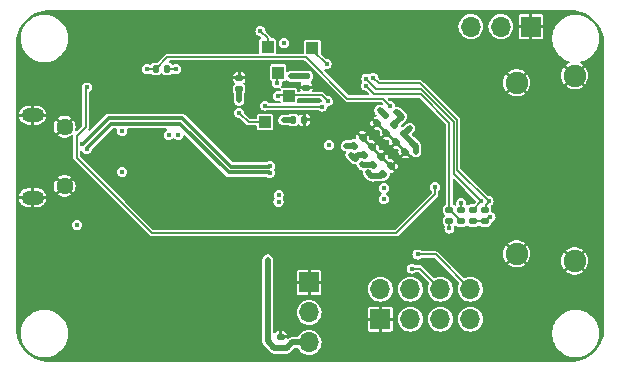
<source format=gbr>
%TF.GenerationSoftware,KiCad,Pcbnew,8.0.2*%
%TF.CreationDate,2024-05-26T20:11:31+02:00*%
%TF.ProjectId,protoB,70726f74-6f42-42e6-9b69-6361645f7063,rev?*%
%TF.SameCoordinates,PXbe7f170PY6de9350*%
%TF.FileFunction,Copper,L4,Bot*%
%TF.FilePolarity,Positive*%
%FSLAX46Y46*%
G04 Gerber Fmt 4.6, Leading zero omitted, Abs format (unit mm)*
G04 Created by KiCad (PCBNEW 8.0.2) date 2024-05-26 20:11:31*
%MOMM*%
%LPD*%
G01*
G04 APERTURE LIST*
G04 Aperture macros list*
%AMRoundRect*
0 Rectangle with rounded corners*
0 $1 Rounding radius*
0 $2 $3 $4 $5 $6 $7 $8 $9 X,Y pos of 4 corners*
0 Add a 4 corners polygon primitive as box body*
4,1,4,$2,$3,$4,$5,$6,$7,$8,$9,$2,$3,0*
0 Add four circle primitives for the rounded corners*
1,1,$1+$1,$2,$3*
1,1,$1+$1,$4,$5*
1,1,$1+$1,$6,$7*
1,1,$1+$1,$8,$9*
0 Add four rect primitives between the rounded corners*
20,1,$1+$1,$2,$3,$4,$5,0*
20,1,$1+$1,$4,$5,$6,$7,0*
20,1,$1+$1,$6,$7,$8,$9,0*
20,1,$1+$1,$8,$9,$2,$3,0*%
G04 Aperture macros list end*
%TA.AperFunction,ComponentPad*%
%ADD10R,1.700000X1.700000*%
%TD*%
%TA.AperFunction,ComponentPad*%
%ADD11O,1.700000X1.700000*%
%TD*%
%TA.AperFunction,ComponentPad*%
%ADD12C,1.900000*%
%TD*%
%TA.AperFunction,ComponentPad*%
%ADD13O,1.900000X1.200000*%
%TD*%
%TA.AperFunction,ComponentPad*%
%ADD14C,1.450000*%
%TD*%
%TA.AperFunction,SMDPad,CuDef*%
%ADD15RoundRect,0.147500X0.172500X-0.147500X0.172500X0.147500X-0.172500X0.147500X-0.172500X-0.147500X0*%
%TD*%
%TA.AperFunction,SMDPad,CuDef*%
%ADD16RoundRect,0.147500X0.017678X-0.226274X0.226274X-0.017678X-0.017678X0.226274X-0.226274X0.017678X0*%
%TD*%
%TA.AperFunction,SMDPad,CuDef*%
%ADD17RoundRect,0.147500X-0.017678X0.226274X-0.226274X0.017678X0.017678X-0.226274X0.226274X-0.017678X0*%
%TD*%
%TA.AperFunction,SMDPad,CuDef*%
%ADD18RoundRect,0.147500X0.147500X0.172500X-0.147500X0.172500X-0.147500X-0.172500X0.147500X-0.172500X0*%
%TD*%
%TA.AperFunction,SMDPad,CuDef*%
%ADD19RoundRect,0.147500X-0.172500X0.147500X-0.172500X-0.147500X0.172500X-0.147500X0.172500X0.147500X0*%
%TD*%
%TA.AperFunction,SMDPad,CuDef*%
%ADD20R,1.000000X1.000000*%
%TD*%
%TA.AperFunction,SMDPad,CuDef*%
%ADD21RoundRect,0.140000X0.170000X-0.140000X0.170000X0.140000X-0.170000X0.140000X-0.170000X-0.140000X0*%
%TD*%
%TA.AperFunction,SMDPad,CuDef*%
%ADD22RoundRect,0.140000X-0.140000X-0.170000X0.140000X-0.170000X0.140000X0.170000X-0.140000X0.170000X0*%
%TD*%
%TA.AperFunction,SMDPad,CuDef*%
%ADD23RoundRect,0.140000X-0.170000X0.140000X-0.170000X-0.140000X0.170000X-0.140000X0.170000X0.140000X0*%
%TD*%
%TA.AperFunction,ViaPad*%
%ADD24C,0.450000*%
%TD*%
%TA.AperFunction,Conductor*%
%ADD25C,0.500000*%
%TD*%
%TA.AperFunction,Conductor*%
%ADD26C,0.150000*%
%TD*%
%TA.AperFunction,Conductor*%
%ADD27C,0.360000*%
%TD*%
G04 APERTURE END LIST*
D10*
%TO.P,J6,1,Pin_1*%
%TO.N,GND*%
X25167000Y7080000D03*
D11*
%TO.P,J6,2,Pin_2*%
%TO.N,VBUS*%
X25167000Y4540000D03*
%TO.P,J6,3,Pin_3*%
%TO.N,+3V3*%
X25167000Y2000000D03*
%TD*%
D10*
%TO.P,J2,1,Pin_1*%
%TO.N,GND*%
X43950000Y28750000D03*
D11*
%TO.P,J2,2,Pin_2*%
%TO.N,/SWCLK*%
X41410000Y28750000D03*
%TO.P,J2,3,Pin_3*%
%TO.N,/SWDIO*%
X38870000Y28750000D03*
%TD*%
D10*
%TO.P,J4,1,Pin_1*%
%TO.N,GND*%
X31200000Y3975000D03*
D11*
%TO.P,J4,2,Pin_2*%
%TO.N,/PIX0*%
X31200000Y6515000D03*
%TO.P,J4,3,Pin_3*%
%TO.N,/UART_TX*%
X33740000Y3975000D03*
%TO.P,J4,4,Pin_4*%
%TO.N,/PIX1*%
X33740000Y6515000D03*
%TO.P,J4,5,Pin_5*%
%TO.N,/UART_RX*%
X36280000Y3975000D03*
%TO.P,J4,6,Pin_6*%
%TO.N,/PIX2*%
X36280000Y6515000D03*
%TO.P,J4,7,Pin_7*%
%TO.N,/PIXCLK*%
X38820000Y3975000D03*
%TO.P,J4,8,Pin_8*%
%TO.N,/PIX3*%
X38820000Y6515000D03*
%TD*%
D12*
%TO.P,J5,SH,SH*%
%TO.N,GND*%
X47650000Y24600000D03*
X42750000Y24000000D03*
X42750000Y9500000D03*
X47650000Y8900000D03*
%TD*%
D13*
%TO.P,J1,6,Shield*%
%TO.N,GND*%
X1762500Y21250000D03*
D14*
X4462500Y20250000D03*
X4462500Y15250000D03*
D13*
X1762500Y14250000D03*
%TD*%
D15*
%TO.P,R8,1*%
%TO.N,VBUS*%
X39050000Y12265000D03*
%TO.P,R8,2*%
%TO.N,/uC_DVI_SCL*%
X39050000Y13235000D03*
%TD*%
D16*
%TO.P,C2,1*%
%TO.N,+3V3*%
X30607053Y17057053D03*
%TO.P,C2,2*%
%TO.N,GND*%
X31292947Y17742947D03*
%TD*%
D17*
%TO.P,C8,1*%
%TO.N,+1V1*%
X32392947Y20442947D03*
%TO.P,C8,2*%
%TO.N,GND*%
X31707053Y19757053D03*
%TD*%
D18*
%TO.P,R1,1*%
%TO.N,+3V3*%
X13155000Y25160000D03*
%TO.P,R1,2*%
%TO.N,/RUN_~{RST}*%
X12185000Y25160000D03*
%TD*%
D17*
%TO.P,C6,1*%
%TO.N,+3V3*%
X33192947Y19642947D03*
%TO.P,C6,2*%
%TO.N,GND*%
X32507053Y18957053D03*
%TD*%
D16*
%TO.P,C5,1*%
%TO.N,+1V1*%
X31407053Y16257053D03*
%TO.P,C5,2*%
%TO.N,GND*%
X32092947Y16942947D03*
%TD*%
D17*
%TO.P,C4,1*%
%TO.N,+3V3*%
X33992947Y18842947D03*
%TO.P,C4,2*%
%TO.N,GND*%
X33307053Y18157053D03*
%TD*%
%TO.P,C9,1*%
%TO.N,+3V3*%
X31592947Y21242947D03*
%TO.P,C9,2*%
%TO.N,GND*%
X30907053Y20557053D03*
%TD*%
D15*
%TO.P,R9,1*%
%TO.N,VBUS*%
X40050000Y12265000D03*
%TO.P,R9,2*%
%TO.N,/uC_DVI_SDA*%
X40050000Y13235000D03*
%TD*%
%TO.P,R7,1*%
%TO.N,+3V3*%
X37050000Y12265000D03*
%TO.P,R7,2*%
%TO.N,/uC_DVI_CEC*%
X37050000Y13235000D03*
%TD*%
D16*
%TO.P,C3,1*%
%TO.N,+1V1*%
X29807053Y17857053D03*
%TO.P,C3,2*%
%TO.N,GND*%
X30492947Y18542947D03*
%TD*%
D15*
%TO.P,C22,1*%
%TO.N,+3V3*%
X22750000Y1515000D03*
%TO.P,C22,2*%
%TO.N,GND*%
X22750000Y2485000D03*
%TD*%
D16*
%TO.P,C1,1*%
%TO.N,+3V3*%
X29007053Y18657053D03*
%TO.P,C1,2*%
%TO.N,GND*%
X29692947Y19342947D03*
%TD*%
D19*
%TO.P,R10,1*%
%TO.N,Net-(J5-CEC)*%
X38050000Y13235000D03*
%TO.P,R10,2*%
%TO.N,/uC_DVI_CEC*%
X38050000Y12265000D03*
%TD*%
D20*
%TO.P,TP3,1,1*%
%TO.N,/RWDS*%
X22550000Y24850000D03*
%TD*%
D21*
%TO.P,C16,1*%
%TO.N,+3V3*%
X19250000Y23450000D03*
%TO.P,C16,2*%
%TO.N,GND*%
X19250000Y24410000D03*
%TD*%
D22*
%TO.P,C15,1*%
%TO.N,+3V3*%
X23790000Y20850000D03*
%TO.P,C15,2*%
%TO.N,GND*%
X24750000Y20850000D03*
%TD*%
D20*
%TO.P,TP1,1,1*%
%TO.N,/~{CS}*%
X21650000Y27050000D03*
%TD*%
%TO.P,TP2,1,1*%
%TO.N,/CK*%
X25450000Y26950000D03*
%TD*%
%TO.P,TP0,1,1*%
%TO.N,/DQ0*%
X23450000Y22850000D03*
%TD*%
%TO.P,TP7,1,1*%
%TO.N,/DQ7*%
X21450000Y20650000D03*
%TD*%
D23*
%TO.P,C14,1*%
%TO.N,+3V3*%
X24950000Y24530000D03*
%TO.P,C14,2*%
%TO.N,GND*%
X24950000Y23570000D03*
%TD*%
D24*
%TO.N,+3V3*%
X26850000Y18700000D03*
X31500000Y14150000D03*
X31500000Y15050000D03*
X14100000Y19550000D03*
X13300000Y19550000D03*
X23010000Y20850000D03*
X29650000Y17100000D03*
X13900000Y25150000D03*
X28300000Y18650000D03*
X23050000Y27350000D03*
X21660000Y9000000D03*
X23650000Y24525000D03*
X22580000Y13920000D03*
X33700000Y20150000D03*
X19250000Y22500000D03*
X31150000Y21650000D03*
X22590000Y14510000D03*
X37050000Y11650000D03*
X34200000Y18150000D03*
X5520000Y11970000D03*
%TO.N,GND*%
X43100000Y21000000D03*
X43100000Y19500000D03*
X43100000Y18000000D03*
X43100000Y16500000D03*
X43250000Y13500000D03*
X31250000Y18500000D03*
X32500000Y17750000D03*
X23390000Y14050000D03*
X23390000Y10450000D03*
X31750000Y19000000D03*
X30500000Y19750000D03*
X7000000Y18050000D03*
X7750000Y17300000D03*
X13300000Y17350000D03*
X14100000Y17350000D03*
X40750000Y13500000D03*
X36440859Y15313435D03*
X32250000Y13450000D03*
X30920000Y13470000D03*
X23390000Y12060000D03*
X21740000Y12470000D03*
X38510000Y23000000D03*
X37550000Y24130000D03*
X38380000Y24940000D03*
X31630000Y25850000D03*
X32350000Y26610000D03*
X34180000Y22440000D03*
X29250000Y24450000D03*
X25850000Y24050000D03*
X37550000Y14700000D03*
X49750000Y26750000D03*
X46750000Y29750000D03*
X3750000Y29750000D03*
X750000Y26750000D03*
X750000Y3750000D03*
X3750000Y750000D03*
X46750000Y750000D03*
X49750000Y3750000D03*
X26150000Y19400000D03*
X26300000Y17950000D03*
X10700000Y18100000D03*
X10700000Y17150000D03*
X24600000Y15450000D03*
X21250000Y15800000D03*
X27200000Y10150000D03*
X21250000Y17500000D03*
X40625000Y21000000D03*
X40625000Y19500000D03*
X40625000Y18000000D03*
X40625000Y16500000D03*
X39975000Y15650000D03*
X38450000Y14500000D03*
X39990000Y21780000D03*
X35470000Y21380000D03*
X37160000Y22340000D03*
X35750000Y23530000D03*
X25890000Y10180000D03*
X25890000Y14330000D03*
X22330000Y8960000D03*
X30150000Y25150000D03*
X35950000Y8150000D03*
X18650000Y21950000D03*
X24150000Y26750000D03*
X24550000Y21450000D03*
X21450000Y23050000D03*
X25826586Y22433611D03*
X27275591Y22882834D03*
X34350000Y10050000D03*
X34182822Y8749232D03*
X20550000Y22000000D03*
X19650000Y20150000D03*
X19750000Y25450000D03*
%TO.N,+1V1*%
X30550000Y16050000D03*
X32500000Y21500000D03*
X30149992Y16400008D03*
X29100000Y17550000D03*
X28700000Y17900000D03*
X33010748Y21114040D03*
%TO.N,VBUS*%
X9350000Y16449992D03*
X9350000Y19900000D03*
X40524970Y12600000D03*
%TO.N,/USB_D-*%
X5944939Y18805061D03*
X21850000Y16940000D03*
%TO.N,/USB_D+*%
X21850000Y16360000D03*
X6355061Y18394939D03*
%TO.N,/RUN_~{RST}*%
X11450000Y25150000D03*
X32039782Y21999990D03*
%TO.N,/USER_LED_BUTTON*%
X6350000Y23600000D03*
X35850000Y15150000D03*
%TO.N,Net-(J5-CEC)*%
X38060000Y13820000D03*
%TO.N,/uC_DVI_SCL*%
X30019805Y24344646D03*
X39765574Y13939375D03*
%TO.N,/uC_DVI_SDA*%
X40372355Y13969006D03*
X30619301Y24369301D03*
%TO.N,/uC_DVI_CEC*%
X29956853Y23747955D03*
%TO.N,/PIX3*%
X34350000Y9450000D03*
%TO.N,/PIX2*%
X33850000Y8250000D03*
%TO.N,/~{CS}*%
X21050000Y28350000D03*
%TO.N,/DQ7*%
X19250000Y21450000D03*
%TO.N,/DQ1*%
X26274087Y21968326D03*
X21450000Y22050000D03*
%TO.N,/DQ0*%
X22512605Y22878453D03*
X26754249Y22418326D03*
%TO.N,/RWDS*%
X22450000Y23950000D03*
%TO.N,/CK*%
X26650000Y25550000D03*
%TD*%
D25*
%TO.N,+3V3*%
X28307053Y18657053D02*
X28300000Y18650000D01*
X29692947Y17057053D02*
X29650000Y17100000D01*
X29007053Y18657053D02*
X28307053Y18657053D01*
X31557053Y21242947D02*
X31150000Y21650000D01*
X23790000Y20850000D02*
X23010000Y20850000D01*
X23750000Y2000000D02*
X23265000Y1515000D01*
X33992947Y18842947D02*
X34200000Y18635894D01*
X33192947Y19642947D02*
X33700000Y20150000D01*
X23265000Y1515000D02*
X22750000Y1515000D01*
X34200000Y18635894D02*
X34200000Y18150000D01*
X22235000Y1515000D02*
X22750000Y1515000D01*
D26*
X13155000Y25160000D02*
X13890000Y25160000D01*
D25*
X31592947Y21242947D02*
X31557053Y21242947D01*
X19250000Y23450000D02*
X19250000Y22500000D01*
X33192947Y19642947D02*
X33992947Y18842947D01*
X24950000Y24530000D02*
X23655000Y24530000D01*
X30607053Y17057053D02*
X29692947Y17057053D01*
X23655000Y24530000D02*
X23650000Y24525000D01*
X21660000Y9000000D02*
X21660000Y2090000D01*
D26*
X13890000Y25160000D02*
X13900000Y25150000D01*
D25*
X21660000Y2090000D02*
X22235000Y1515000D01*
D26*
X37050000Y12265000D02*
X37050000Y11650000D01*
D25*
X25167000Y2000000D02*
X23750000Y2000000D01*
%TO.N,+1V1*%
X32392947Y20442947D02*
X32392947Y20496239D01*
X31407053Y16257053D02*
X31250000Y16100000D01*
X32392947Y20496239D02*
X33010748Y21114040D01*
X31250000Y16100000D02*
X30450000Y16100000D01*
X29807053Y17857053D02*
X29335021Y17857053D01*
X32500000Y21500000D02*
X32624788Y21500000D01*
X29050000Y17550000D02*
X29100000Y17550000D01*
X28700000Y17900000D02*
X29050000Y17550000D01*
X29335021Y17857053D02*
X29100000Y17622032D01*
X32624788Y21500000D02*
X33010748Y21114040D01*
X30450000Y16100000D02*
X30149992Y16400008D01*
X29100000Y17622032D02*
X29100000Y17550000D01*
D26*
%TO.N,VBUS*%
X40385000Y12600000D02*
X40524970Y12600000D01*
X40050000Y12265000D02*
X40385000Y12600000D01*
X39050000Y12265000D02*
X40050000Y12265000D01*
D27*
%TO.N,/USB_D-*%
X14451484Y20995000D02*
X18551484Y16895000D01*
X5944939Y18805061D02*
X6008578Y18805061D01*
X6008578Y18805061D02*
X8198517Y20995000D01*
X21805000Y16895000D02*
X21850000Y16940000D01*
X8198517Y20995000D02*
X14451484Y20995000D01*
X18551484Y16895000D02*
X21805000Y16895000D01*
%TO.N,/USB_D+*%
X6355061Y18394939D02*
X6355061Y18458578D01*
X21805000Y16405000D02*
X21850000Y16360000D01*
X6355061Y18458578D02*
X8401483Y20505000D01*
X18348516Y16405000D02*
X21805000Y16405000D01*
X8401483Y20505000D02*
X14248516Y20505000D01*
X14248516Y20505000D02*
X18348516Y16405000D01*
D26*
%TO.N,/RUN_~{RST}*%
X12185000Y25160000D02*
X11460000Y25160000D01*
X12185000Y25160000D02*
X13175000Y26150000D01*
X28409985Y22650000D02*
X31389772Y22650000D01*
X13175000Y26150000D02*
X24909985Y26150000D01*
X31389772Y22650000D02*
X32039782Y21999990D01*
X11460000Y25160000D02*
X11450000Y25150000D01*
X24909985Y26150000D02*
X28409985Y22650000D01*
%TO.N,/USER_LED_BUTTON*%
X32550000Y11250000D02*
X11900000Y11250000D01*
X5494939Y19494939D02*
X6250000Y20250000D01*
X35850000Y15150000D02*
X35850000Y14550000D01*
X6250000Y20250000D02*
X6250000Y23500000D01*
X5494939Y17655061D02*
X5494939Y19494939D01*
X6250000Y23500000D02*
X6350000Y23600000D01*
X11900000Y11250000D02*
X5494939Y17655061D01*
X35850000Y14550000D02*
X32550000Y11250000D01*
%TO.N,Net-(J5-CEC)*%
X38050000Y13810000D02*
X38060000Y13820000D01*
X38050000Y13235000D02*
X38050000Y13810000D01*
%TO.N,/uC_DVI_SCL*%
X39050000Y13235000D02*
X39754375Y13939375D01*
X34609657Y23476065D02*
X37399989Y20685733D01*
X37399989Y16304960D02*
X39765574Y13939375D01*
X39754375Y13939375D02*
X39765574Y13939375D01*
X37399989Y20685733D02*
X37399989Y16304960D01*
X30019805Y24344646D02*
X30019805Y24332400D01*
X30876140Y23476065D02*
X34609657Y23476065D01*
X30019805Y24332400D02*
X30876140Y23476065D01*
%TO.N,/uC_DVI_SDA*%
X37700000Y20810000D02*
X37700000Y16641361D01*
X37700000Y16641361D02*
X40372355Y13969006D01*
X40372355Y13882355D02*
X40372355Y13969006D01*
X31059906Y23928696D02*
X34581304Y23928696D01*
X34581304Y23928696D02*
X37700000Y20810000D01*
X40110000Y13295000D02*
X40110000Y13620000D01*
X40110000Y13620000D02*
X40372355Y13882355D01*
X30619301Y24369301D02*
X31059906Y23928696D01*
X40050000Y13235000D02*
X40110000Y13295000D01*
%TO.N,/uC_DVI_CEC*%
X29956853Y23747955D02*
X30704808Y23000000D01*
X37050000Y20611444D02*
X37050000Y13235000D01*
X37080000Y13235000D02*
X38050000Y12265000D01*
X34661444Y23000000D02*
X37050000Y20611444D01*
X30704808Y23000000D02*
X34661444Y23000000D01*
X37050000Y13235000D02*
X37080000Y13235000D01*
%TO.N,/PIX3*%
X34350000Y9450000D02*
X35885000Y9450000D01*
X35885000Y9450000D02*
X38820000Y6515000D01*
%TO.N,/PIX2*%
X33850000Y8250000D02*
X34545000Y8250000D01*
X34545000Y8250000D02*
X36280000Y6515000D01*
%TO.N,/~{CS}*%
X21050000Y28350000D02*
X21650000Y27750000D01*
X21650000Y27750000D02*
X21650000Y27050000D01*
%TO.N,/DQ7*%
X20050000Y20650000D02*
X19250000Y21450000D01*
X21450000Y20650000D02*
X20050000Y20650000D01*
%TO.N,/DQ1*%
X26274087Y21968326D02*
X21531674Y21968326D01*
X21531674Y21968326D02*
X21450000Y22050000D01*
%TO.N,/DQ0*%
X22584152Y22950000D02*
X22512605Y22878453D01*
X26222575Y22950000D02*
X22584152Y22950000D01*
X26754249Y22418326D02*
X26222575Y22950000D01*
%TO.N,/RWDS*%
X22450000Y23950000D02*
X22450000Y24750000D01*
X22450000Y24750000D02*
X22550000Y24850000D01*
%TO.N,/CK*%
X26650000Y25550000D02*
X25450000Y26750000D01*
X25450000Y26750000D02*
X25450000Y26950000D01*
%TD*%
%TA.AperFunction,Conductor*%
%TO.N,GND*%
G36*
X37494503Y15820831D02*
G01*
X38398459Y14916874D01*
X39300354Y14014979D01*
X39328131Y13960462D01*
X39318560Y13900030D01*
X39300354Y13874972D01*
X39184882Y13759497D01*
X39130366Y13731719D01*
X39114878Y13730500D01*
X38844472Y13730500D01*
X38803886Y13724587D01*
X38776828Y13720645D01*
X38672489Y13669636D01*
X38643763Y13640910D01*
X38589246Y13613134D01*
X38528814Y13622706D01*
X38485550Y13665971D01*
X38475979Y13726401D01*
X38490804Y13820000D01*
X38469719Y13953126D01*
X38408528Y14073220D01*
X38313220Y14168528D01*
X38313217Y14168530D01*
X38193129Y14229718D01*
X38193127Y14229719D01*
X38060000Y14250804D01*
X37926872Y14229719D01*
X37926870Y14229718D01*
X37806782Y14168530D01*
X37711470Y14073218D01*
X37650282Y13953130D01*
X37650281Y13953128D01*
X37629196Y13820001D01*
X37629196Y13820000D01*
X37647783Y13702645D01*
X37638212Y13642213D01*
X37620006Y13617154D01*
X37620003Y13617151D01*
X37565486Y13589374D01*
X37505054Y13598945D01*
X37479998Y13617149D01*
X37427511Y13669636D01*
X37381019Y13692365D01*
X37337046Y13734908D01*
X37325500Y13781305D01*
X37325500Y15750826D01*
X37344407Y15809017D01*
X37393907Y15844981D01*
X37455093Y15844981D01*
X37494503Y15820831D01*
G37*
%TD.AperFunction*%
%TA.AperFunction,Conductor*%
G36*
X26125644Y22655593D02*
G01*
X26137449Y22645511D01*
X26231436Y22551523D01*
X26259212Y22497009D01*
X26249641Y22436577D01*
X26206376Y22393312D01*
X26176920Y22383741D01*
X26140958Y22378045D01*
X26140957Y22378044D01*
X26020869Y22316856D01*
X26020865Y22316853D01*
X25976834Y22272822D01*
X25922317Y22245045D01*
X25906831Y22243826D01*
X24249500Y22243826D01*
X24191309Y22262733D01*
X24155345Y22312233D01*
X24150500Y22342826D01*
X24150500Y22575500D01*
X24169407Y22633691D01*
X24218907Y22669655D01*
X24249500Y22674500D01*
X26067453Y22674500D01*
X26125644Y22655593D01*
G37*
%TD.AperFunction*%
%TA.AperFunction,Conductor*%
G36*
X47252777Y30174345D02*
G01*
X47571893Y30156423D01*
X47582916Y30155181D01*
X47895291Y30102107D01*
X47906085Y30099644D01*
X48210564Y30011925D01*
X48221035Y30008261D01*
X48513758Y29887010D01*
X48523760Y29882193D01*
X48801061Y29728935D01*
X48810462Y29723028D01*
X49068860Y29539684D01*
X49077539Y29532763D01*
X49118224Y29496405D01*
X49313796Y29321632D01*
X49321631Y29313797D01*
X49409095Y29215925D01*
X49532762Y29077540D01*
X49539683Y29068861D01*
X49723027Y28810463D01*
X49728934Y28801062D01*
X49882192Y28523761D01*
X49887009Y28513759D01*
X50008258Y28221040D01*
X50011925Y28210561D01*
X50071551Y28003596D01*
X50089791Y27940282D01*
X50099639Y27906101D01*
X50102109Y27895277D01*
X50155179Y27582922D01*
X50156422Y27571890D01*
X50174344Y27252778D01*
X50174500Y27247227D01*
X50174500Y3252774D01*
X50174344Y3247223D01*
X50156422Y2928111D01*
X50155179Y2917079D01*
X50102109Y2604724D01*
X50099639Y2593900D01*
X50011925Y2289440D01*
X50008258Y2278961D01*
X49887009Y1986242D01*
X49882192Y1976240D01*
X49728934Y1698939D01*
X49723027Y1689538D01*
X49539683Y1431140D01*
X49532762Y1422461D01*
X49321639Y1186212D01*
X49313788Y1178361D01*
X49077539Y967238D01*
X49068860Y960317D01*
X48810462Y776973D01*
X48801061Y771066D01*
X48523760Y617808D01*
X48513758Y612991D01*
X48221039Y491742D01*
X48210560Y488075D01*
X47906100Y400361D01*
X47895276Y397891D01*
X47582921Y344821D01*
X47571889Y343578D01*
X47252778Y325656D01*
X47247227Y325500D01*
X3252773Y325500D01*
X3247222Y325656D01*
X2928110Y343578D01*
X2917078Y344821D01*
X2604723Y397891D01*
X2593899Y400361D01*
X2289439Y488075D01*
X2278960Y491742D01*
X1986241Y612991D01*
X1976239Y617808D01*
X1698938Y771066D01*
X1689537Y776973D01*
X1431139Y960317D01*
X1422460Y967238D01*
X1312631Y1065386D01*
X1186203Y1178369D01*
X1178368Y1186204D01*
X975200Y1413550D01*
X967237Y1422461D01*
X960316Y1431140D01*
X776972Y1689538D01*
X771065Y1698939D01*
X617807Y1976240D01*
X612990Y1986242D01*
X602942Y2010500D01*
X491739Y2278965D01*
X488074Y2289440D01*
X476100Y2331003D01*
X400356Y2593915D01*
X397893Y2604709D01*
X350929Y2881121D01*
X749500Y2881121D01*
X749500Y2618880D01*
X783518Y2360490D01*
X783730Y2358884D01*
X824713Y2205934D01*
X851600Y2105589D01*
X851604Y2105576D01*
X951953Y1863311D01*
X951955Y1863307D01*
X951957Y1863303D01*
X1083076Y1636197D01*
X1242718Y1428149D01*
X1428149Y1242718D01*
X1636197Y1083076D01*
X1863303Y951957D01*
X2105581Y851602D01*
X2358884Y783730D01*
X2618880Y749500D01*
X2618881Y749500D01*
X2881119Y749500D01*
X2881120Y749500D01*
X3141116Y783730D01*
X3394419Y851602D01*
X3636697Y951957D01*
X3863803Y1083076D01*
X4071851Y1242718D01*
X4257282Y1428149D01*
X4416924Y1636197D01*
X4548043Y1863303D01*
X4648398Y2105581D01*
X4716270Y2358884D01*
X4750500Y2618880D01*
X4750500Y2881120D01*
X4716270Y3141116D01*
X4648398Y3394419D01*
X4548043Y3636697D01*
X4416924Y3863803D01*
X4257282Y4071851D01*
X4071851Y4257282D01*
X3863803Y4416924D01*
X3863804Y4416924D01*
X3863802Y4416925D01*
X3763212Y4475000D01*
X3636697Y4548043D01*
X3636693Y4548045D01*
X3636689Y4548047D01*
X3394424Y4648396D01*
X3394423Y4648397D01*
X3394419Y4648398D01*
X3141116Y4716270D01*
X3141111Y4716271D01*
X3141110Y4716271D01*
X2881120Y4750500D01*
X2618880Y4750500D01*
X2618879Y4750500D01*
X2358889Y4716271D01*
X2358886Y4716271D01*
X2358884Y4716270D01*
X2173464Y4666588D01*
X2105588Y4648400D01*
X2105575Y4648396D01*
X1863310Y4548047D01*
X1636197Y4416925D01*
X1428152Y4257285D01*
X1242715Y4071848D01*
X1083075Y3863803D01*
X951953Y3636690D01*
X851604Y3394425D01*
X851602Y3394419D01*
X807168Y3228586D01*
X783729Y3141111D01*
X749500Y2881121D01*
X350929Y2881121D01*
X344819Y2917084D01*
X343577Y2928111D01*
X340617Y2980811D01*
X325656Y3247223D01*
X325500Y3252774D01*
X325500Y9059309D01*
X21209500Y9059309D01*
X21209500Y2030691D01*
X21226968Y1965500D01*
X21240201Y1916113D01*
X21240202Y1916111D01*
X21240203Y1916108D01*
X21299507Y1813391D01*
X21299508Y1813390D01*
X21299509Y1813389D01*
X21299511Y1813386D01*
X21958386Y1154510D01*
X22061113Y1095201D01*
X22085320Y1088716D01*
X22085325Y1088713D01*
X22085326Y1088714D01*
X22175688Y1064501D01*
X22175690Y1064500D01*
X22175691Y1064500D01*
X22382035Y1064500D01*
X22425515Y1054441D01*
X22476830Y1029355D01*
X22544472Y1019500D01*
X22544475Y1019500D01*
X22955524Y1019500D01*
X22955528Y1019500D01*
X23023170Y1029355D01*
X23074485Y1054441D01*
X23117965Y1064500D01*
X23324309Y1064500D01*
X23414669Y1088713D01*
X23414672Y1088713D01*
X23427903Y1092259D01*
X23438887Y1095201D01*
X23541614Y1154511D01*
X23907608Y1520504D01*
X23962124Y1548281D01*
X23977611Y1549500D01*
X24157310Y1549500D01*
X24215501Y1530593D01*
X24244618Y1497171D01*
X24289315Y1413550D01*
X24420590Y1253590D01*
X24420595Y1253586D01*
X24580547Y1122317D01*
X24580548Y1122317D01*
X24580550Y1122315D01*
X24763046Y1024768D01*
X24900997Y982922D01*
X24961065Y964700D01*
X24961070Y964699D01*
X25166997Y944417D01*
X25167000Y944417D01*
X25167003Y944417D01*
X25372929Y964699D01*
X25372934Y964700D01*
X25381301Y967238D01*
X25570954Y1024768D01*
X25753450Y1122315D01*
X25913410Y1253590D01*
X26044685Y1413550D01*
X26142232Y1596046D01*
X26202300Y1794066D01*
X26202301Y1794071D01*
X26222583Y1999997D01*
X26222583Y2000004D01*
X26202301Y2205930D01*
X26202300Y2205935D01*
X26164064Y2331983D01*
X26142232Y2403954D01*
X26044685Y2586450D01*
X26034190Y2599238D01*
X25913414Y2746405D01*
X25913410Y2746410D01*
X25811003Y2830453D01*
X25753452Y2877684D01*
X25747022Y2881121D01*
X45749500Y2881121D01*
X45749500Y2618880D01*
X45783518Y2360490D01*
X45783730Y2358884D01*
X45824713Y2205934D01*
X45851600Y2105589D01*
X45851604Y2105576D01*
X45951953Y1863311D01*
X45951955Y1863307D01*
X45951957Y1863303D01*
X46083076Y1636197D01*
X46242718Y1428149D01*
X46428149Y1242718D01*
X46636197Y1083076D01*
X46863303Y951957D01*
X47105581Y851602D01*
X47358884Y783730D01*
X47618880Y749500D01*
X47618881Y749500D01*
X47881119Y749500D01*
X47881120Y749500D01*
X48141116Y783730D01*
X48394419Y851602D01*
X48636697Y951957D01*
X48863803Y1083076D01*
X49071851Y1242718D01*
X49257282Y1428149D01*
X49416924Y1636197D01*
X49548043Y1863303D01*
X49648398Y2105581D01*
X49716270Y2358884D01*
X49750500Y2618880D01*
X49750500Y2881120D01*
X49716270Y3141116D01*
X49648398Y3394419D01*
X49548043Y3636697D01*
X49416924Y3863803D01*
X49257282Y4071851D01*
X49071851Y4257282D01*
X48863803Y4416924D01*
X48863804Y4416924D01*
X48863802Y4416925D01*
X48763212Y4475000D01*
X48636697Y4548043D01*
X48636693Y4548045D01*
X48636689Y4548047D01*
X48394424Y4648396D01*
X48394423Y4648397D01*
X48394419Y4648398D01*
X48141116Y4716270D01*
X48141111Y4716271D01*
X48141110Y4716271D01*
X47881120Y4750500D01*
X47618880Y4750500D01*
X47618879Y4750500D01*
X47358889Y4716271D01*
X47358886Y4716271D01*
X47358884Y4716270D01*
X47173464Y4666588D01*
X47105588Y4648400D01*
X47105575Y4648396D01*
X46863310Y4548047D01*
X46636197Y4416925D01*
X46428152Y4257285D01*
X46242715Y4071848D01*
X46083075Y3863803D01*
X45951953Y3636690D01*
X45851604Y3394425D01*
X45851602Y3394419D01*
X45807168Y3228586D01*
X45783729Y3141111D01*
X45749500Y2881121D01*
X25747022Y2881121D01*
X25570954Y2975232D01*
X25372934Y3035301D01*
X25372929Y3035302D01*
X25167003Y3055583D01*
X25166997Y3055583D01*
X24961070Y3035302D01*
X24961065Y3035301D01*
X24763045Y2975232D01*
X24580547Y2877684D01*
X24420595Y2746415D01*
X24420585Y2746405D01*
X24289315Y2586451D01*
X24272449Y2554898D01*
X24244619Y2502831D01*
X24200515Y2460425D01*
X24157310Y2450500D01*
X23690691Y2450500D01*
X23576114Y2419799D01*
X23473383Y2360488D01*
X23439003Y2326108D01*
X23384486Y2298331D01*
X23324054Y2307903D01*
X23299975Y2331983D01*
X23298996Y2331003D01*
X23269999Y2360000D01*
X22724000Y2360000D01*
X22665809Y2378907D01*
X22629845Y2428407D01*
X22625000Y2459000D01*
X22625000Y2979999D01*
X22875000Y2979999D01*
X22875000Y2610001D01*
X22875001Y2610000D01*
X23269999Y2610000D01*
X23270000Y2610001D01*
X23270000Y2673221D01*
X23269999Y2673226D01*
X23263338Y2723828D01*
X23211548Y2834891D01*
X23124890Y2921549D01*
X23013826Y2973339D01*
X23013828Y2973339D01*
X22963225Y2980000D01*
X22875001Y2980000D01*
X22875000Y2979999D01*
X22625000Y2979999D01*
X22624999Y2980000D01*
X22536774Y2980000D01*
X22486172Y2973339D01*
X22375109Y2921549D01*
X22282329Y2828768D01*
X22280644Y2830453D01*
X22241726Y2801130D01*
X22180549Y2800066D01*
X22130431Y2835163D01*
X22110515Y2893016D01*
X22110500Y2894738D01*
X22110500Y4540004D01*
X24111417Y4540004D01*
X24111417Y4539997D01*
X24131698Y4334071D01*
X24131699Y4334066D01*
X24191768Y4136046D01*
X24289316Y3953548D01*
X24420585Y3793596D01*
X24420590Y3793590D01*
X24420595Y3793586D01*
X24580547Y3662317D01*
X24580548Y3662317D01*
X24580550Y3662315D01*
X24763046Y3564768D01*
X24900997Y3522922D01*
X24961065Y3504700D01*
X24961070Y3504699D01*
X25166997Y3484417D01*
X25167000Y3484417D01*
X25167003Y3484417D01*
X25372929Y3504699D01*
X25372934Y3504700D01*
X25570954Y3564768D01*
X25753450Y3662315D01*
X25913410Y3793590D01*
X26044685Y3953550D01*
X26142232Y4136046D01*
X26202300Y4334066D01*
X26202301Y4334071D01*
X26222583Y4539997D01*
X26222583Y4540004D01*
X26202301Y4745930D01*
X26202300Y4745935D01*
X26184078Y4806003D01*
X26172339Y4844701D01*
X30150000Y4844701D01*
X30150000Y4100001D01*
X30150001Y4100000D01*
X30715856Y4100000D01*
X30700000Y4040826D01*
X30700000Y3909174D01*
X30715856Y3850000D01*
X30150001Y3850000D01*
X30150000Y3849999D01*
X30150000Y3105300D01*
X30161603Y3046964D01*
X30205806Y2980811D01*
X30205810Y2980807D01*
X30271963Y2936604D01*
X30330299Y2925001D01*
X30330303Y2925000D01*
X31074999Y2925000D01*
X31075000Y2925001D01*
X31075000Y3490856D01*
X31134174Y3475000D01*
X31265826Y3475000D01*
X31325000Y3490856D01*
X31325000Y2925001D01*
X31325001Y2925000D01*
X32069697Y2925000D01*
X32069700Y2925001D01*
X32128036Y2936604D01*
X32194189Y2980807D01*
X32194193Y2980811D01*
X32238396Y3046964D01*
X32249999Y3105300D01*
X32250000Y3105303D01*
X32250000Y3849999D01*
X32249999Y3850000D01*
X31684144Y3850000D01*
X31700000Y3909174D01*
X31700000Y3975004D01*
X32684417Y3975004D01*
X32684417Y3974997D01*
X32704698Y3769071D01*
X32704699Y3769066D01*
X32764768Y3571046D01*
X32862316Y3388548D01*
X32955887Y3274531D01*
X32993590Y3228590D01*
X32993595Y3228586D01*
X33153547Y3097317D01*
X33153548Y3097317D01*
X33153550Y3097315D01*
X33336046Y2999768D01*
X33473997Y2957922D01*
X33534065Y2939700D01*
X33534070Y2939699D01*
X33739997Y2919417D01*
X33740000Y2919417D01*
X33740003Y2919417D01*
X33945929Y2939699D01*
X33945934Y2939700D01*
X34143954Y2999768D01*
X34326450Y3097315D01*
X34486410Y3228590D01*
X34617685Y3388550D01*
X34715232Y3571046D01*
X34775300Y3769066D01*
X34775301Y3769071D01*
X34795583Y3974997D01*
X34795583Y3975004D01*
X35224417Y3975004D01*
X35224417Y3974997D01*
X35244698Y3769071D01*
X35244699Y3769066D01*
X35304768Y3571046D01*
X35402316Y3388548D01*
X35495887Y3274531D01*
X35533590Y3228590D01*
X35533595Y3228586D01*
X35693547Y3097317D01*
X35693548Y3097317D01*
X35693550Y3097315D01*
X35876046Y2999768D01*
X36013997Y2957922D01*
X36074065Y2939700D01*
X36074070Y2939699D01*
X36279997Y2919417D01*
X36280000Y2919417D01*
X36280003Y2919417D01*
X36485929Y2939699D01*
X36485934Y2939700D01*
X36683954Y2999768D01*
X36866450Y3097315D01*
X37026410Y3228590D01*
X37157685Y3388550D01*
X37255232Y3571046D01*
X37315300Y3769066D01*
X37315301Y3769071D01*
X37335583Y3974997D01*
X37335583Y3975004D01*
X37764417Y3975004D01*
X37764417Y3974997D01*
X37784698Y3769071D01*
X37784699Y3769066D01*
X37844768Y3571046D01*
X37942316Y3388548D01*
X38035887Y3274531D01*
X38073590Y3228590D01*
X38073595Y3228586D01*
X38233547Y3097317D01*
X38233548Y3097317D01*
X38233550Y3097315D01*
X38416046Y2999768D01*
X38553997Y2957922D01*
X38614065Y2939700D01*
X38614070Y2939699D01*
X38819997Y2919417D01*
X38820000Y2919417D01*
X38820003Y2919417D01*
X39025929Y2939699D01*
X39025934Y2939700D01*
X39223954Y2999768D01*
X39406450Y3097315D01*
X39566410Y3228590D01*
X39697685Y3388550D01*
X39795232Y3571046D01*
X39855300Y3769066D01*
X39855301Y3769071D01*
X39875583Y3974997D01*
X39875583Y3975004D01*
X39855301Y4180930D01*
X39855300Y4180935D01*
X39808848Y4334066D01*
X39795232Y4378954D01*
X39697685Y4561450D01*
X39626327Y4648400D01*
X39566414Y4721405D01*
X39566410Y4721410D01*
X39530964Y4750500D01*
X39406452Y4852684D01*
X39223954Y4950232D01*
X39025934Y5010301D01*
X39025929Y5010302D01*
X38820003Y5030583D01*
X38819997Y5030583D01*
X38614070Y5010302D01*
X38614065Y5010301D01*
X38416045Y4950232D01*
X38233547Y4852684D01*
X38073595Y4721415D01*
X38073585Y4721405D01*
X37942316Y4561453D01*
X37844768Y4378955D01*
X37784699Y4180935D01*
X37784698Y4180930D01*
X37764417Y3975004D01*
X37335583Y3975004D01*
X37315301Y4180930D01*
X37315300Y4180935D01*
X37268848Y4334066D01*
X37255232Y4378954D01*
X37157685Y4561450D01*
X37086327Y4648400D01*
X37026414Y4721405D01*
X37026410Y4721410D01*
X36990964Y4750500D01*
X36866452Y4852684D01*
X36683954Y4950232D01*
X36485934Y5010301D01*
X36485929Y5010302D01*
X36280003Y5030583D01*
X36279997Y5030583D01*
X36074070Y5010302D01*
X36074065Y5010301D01*
X35876045Y4950232D01*
X35693547Y4852684D01*
X35533595Y4721415D01*
X35533585Y4721405D01*
X35402316Y4561453D01*
X35304768Y4378955D01*
X35244699Y4180935D01*
X35244698Y4180930D01*
X35224417Y3975004D01*
X34795583Y3975004D01*
X34775301Y4180930D01*
X34775300Y4180935D01*
X34728848Y4334066D01*
X34715232Y4378954D01*
X34617685Y4561450D01*
X34546327Y4648400D01*
X34486414Y4721405D01*
X34486410Y4721410D01*
X34450964Y4750500D01*
X34326452Y4852684D01*
X34143954Y4950232D01*
X33945934Y5010301D01*
X33945929Y5010302D01*
X33740003Y5030583D01*
X33739997Y5030583D01*
X33534070Y5010302D01*
X33534065Y5010301D01*
X33336045Y4950232D01*
X33153547Y4852684D01*
X32993595Y4721415D01*
X32993585Y4721405D01*
X32862316Y4561453D01*
X32764768Y4378955D01*
X32704699Y4180935D01*
X32704698Y4180930D01*
X32684417Y3975004D01*
X31700000Y3975004D01*
X31700000Y4040826D01*
X31684144Y4100000D01*
X32249999Y4100000D01*
X32250000Y4100001D01*
X32250000Y4844698D01*
X32249999Y4844701D01*
X32238396Y4903037D01*
X32194193Y4969190D01*
X32194189Y4969194D01*
X32128036Y5013397D01*
X32069700Y5025000D01*
X31325001Y5025000D01*
X31325000Y5024999D01*
X31325000Y4459145D01*
X31265826Y4475000D01*
X31134174Y4475000D01*
X31075000Y4459145D01*
X31075000Y5024999D01*
X31074999Y5025000D01*
X30330299Y5025000D01*
X30271963Y5013397D01*
X30205810Y4969194D01*
X30205806Y4969190D01*
X30161603Y4903037D01*
X30150000Y4844701D01*
X26172339Y4844701D01*
X26142232Y4943954D01*
X26044685Y5126450D01*
X25913410Y5286410D01*
X25913404Y5286415D01*
X25753452Y5417684D01*
X25570954Y5515232D01*
X25372934Y5575301D01*
X25372929Y5575302D01*
X25167003Y5595583D01*
X25166997Y5595583D01*
X24961070Y5575302D01*
X24961065Y5575301D01*
X24763045Y5515232D01*
X24580547Y5417684D01*
X24420595Y5286415D01*
X24420585Y5286405D01*
X24289316Y5126453D01*
X24191768Y4943955D01*
X24131699Y4745935D01*
X24131698Y4745930D01*
X24111417Y4540004D01*
X22110500Y4540004D01*
X22110500Y7949701D01*
X24117000Y7949701D01*
X24117000Y7205001D01*
X24117001Y7205000D01*
X24682856Y7205000D01*
X24667000Y7145826D01*
X24667000Y7014174D01*
X24682856Y6955000D01*
X24117001Y6955000D01*
X24117000Y6954999D01*
X24117000Y6210300D01*
X24128603Y6151964D01*
X24172806Y6085811D01*
X24172810Y6085807D01*
X24238963Y6041604D01*
X24297299Y6030001D01*
X24297303Y6030000D01*
X25041999Y6030000D01*
X25042000Y6030001D01*
X25042000Y6595856D01*
X25101174Y6580000D01*
X25232826Y6580000D01*
X25292000Y6595856D01*
X25292000Y6030001D01*
X25292001Y6030000D01*
X26036697Y6030000D01*
X26036700Y6030001D01*
X26095036Y6041604D01*
X26161189Y6085807D01*
X26161193Y6085811D01*
X26205396Y6151964D01*
X26216999Y6210300D01*
X26217000Y6210303D01*
X26217000Y6515004D01*
X30144417Y6515004D01*
X30144417Y6514997D01*
X30164698Y6309071D01*
X30164699Y6309066D01*
X30224768Y6111046D01*
X30322316Y5928548D01*
X30453585Y5768596D01*
X30453590Y5768590D01*
X30453595Y5768586D01*
X30613547Y5637317D01*
X30613548Y5637317D01*
X30613550Y5637315D01*
X30796046Y5539768D01*
X30933997Y5497922D01*
X30994065Y5479700D01*
X30994070Y5479699D01*
X31199997Y5459417D01*
X31200000Y5459417D01*
X31200003Y5459417D01*
X31405929Y5479699D01*
X31405934Y5479700D01*
X31603954Y5539768D01*
X31786450Y5637315D01*
X31946410Y5768590D01*
X32077685Y5928550D01*
X32175232Y6111046D01*
X32235300Y6309066D01*
X32235301Y6309071D01*
X32255583Y6514997D01*
X32255583Y6515004D01*
X32684417Y6515004D01*
X32684417Y6514997D01*
X32704698Y6309071D01*
X32704699Y6309066D01*
X32764768Y6111046D01*
X32862316Y5928548D01*
X32993585Y5768596D01*
X32993590Y5768590D01*
X32993595Y5768586D01*
X33153547Y5637317D01*
X33153548Y5637317D01*
X33153550Y5637315D01*
X33336046Y5539768D01*
X33473997Y5497922D01*
X33534065Y5479700D01*
X33534070Y5479699D01*
X33739997Y5459417D01*
X33740000Y5459417D01*
X33740003Y5459417D01*
X33945929Y5479699D01*
X33945934Y5479700D01*
X34143954Y5539768D01*
X34326450Y5637315D01*
X34486410Y5768590D01*
X34617685Y5928550D01*
X34715232Y6111046D01*
X34775300Y6309066D01*
X34775301Y6309071D01*
X34795583Y6514997D01*
X34795583Y6515004D01*
X34775301Y6720930D01*
X34775300Y6720935D01*
X34757078Y6781003D01*
X34715232Y6918954D01*
X34617685Y7101450D01*
X34486410Y7261410D01*
X34333369Y7387007D01*
X34326452Y7392684D01*
X34143954Y7490232D01*
X33945934Y7550301D01*
X33945929Y7550302D01*
X33740003Y7570583D01*
X33739997Y7570583D01*
X33534070Y7550302D01*
X33534065Y7550301D01*
X33336045Y7490232D01*
X33153547Y7392684D01*
X32993595Y7261415D01*
X32993585Y7261405D01*
X32862316Y7101453D01*
X32764768Y6918955D01*
X32704699Y6720935D01*
X32704698Y6720930D01*
X32684417Y6515004D01*
X32255583Y6515004D01*
X32235301Y6720930D01*
X32235300Y6720935D01*
X32217078Y6781003D01*
X32175232Y6918954D01*
X32077685Y7101450D01*
X31946410Y7261410D01*
X31793369Y7387007D01*
X31786452Y7392684D01*
X31603954Y7490232D01*
X31405934Y7550301D01*
X31405929Y7550302D01*
X31200003Y7570583D01*
X31199997Y7570583D01*
X30994070Y7550302D01*
X30994065Y7550301D01*
X30796045Y7490232D01*
X30613547Y7392684D01*
X30453595Y7261415D01*
X30453585Y7261405D01*
X30322316Y7101453D01*
X30224768Y6918955D01*
X30164699Y6720935D01*
X30164698Y6720930D01*
X30144417Y6515004D01*
X26217000Y6515004D01*
X26217000Y6954999D01*
X26216999Y6955000D01*
X25651144Y6955000D01*
X25667000Y7014174D01*
X25667000Y7145826D01*
X25651144Y7205000D01*
X26216999Y7205000D01*
X26217000Y7205001D01*
X26217000Y7949698D01*
X26216999Y7949701D01*
X26205396Y8008037D01*
X26161193Y8074190D01*
X26161189Y8074194D01*
X26095036Y8118397D01*
X26036700Y8130000D01*
X25292001Y8130000D01*
X25292000Y8129999D01*
X25292000Y7564145D01*
X25232826Y7580000D01*
X25101174Y7580000D01*
X25042000Y7564145D01*
X25042000Y8129999D01*
X25041999Y8130000D01*
X24297299Y8130000D01*
X24238963Y8118397D01*
X24172810Y8074194D01*
X24172806Y8074190D01*
X24128603Y8008037D01*
X24117000Y7949701D01*
X22110500Y7949701D01*
X22110500Y8250001D01*
X33419196Y8250001D01*
X33419196Y8250000D01*
X33440281Y8116873D01*
X33440282Y8116871D01*
X33501470Y7996783D01*
X33501472Y7996780D01*
X33596780Y7901472D01*
X33716874Y7840281D01*
X33850000Y7819196D01*
X33983126Y7840281D01*
X34103220Y7901472D01*
X34125237Y7923489D01*
X34147253Y7945504D01*
X34201770Y7973281D01*
X34217256Y7974500D01*
X34389877Y7974500D01*
X34448068Y7955593D01*
X34459881Y7945504D01*
X35316128Y7089257D01*
X35343905Y7034740D01*
X35334334Y6974308D01*
X35333434Y6972585D01*
X35304770Y6918960D01*
X35304768Y6918955D01*
X35244699Y6720935D01*
X35244698Y6720930D01*
X35224417Y6515004D01*
X35224417Y6514997D01*
X35244698Y6309071D01*
X35244699Y6309066D01*
X35304768Y6111046D01*
X35402316Y5928548D01*
X35533585Y5768596D01*
X35533590Y5768590D01*
X35533595Y5768586D01*
X35693547Y5637317D01*
X35693548Y5637317D01*
X35693550Y5637315D01*
X35876046Y5539768D01*
X36013997Y5497922D01*
X36074065Y5479700D01*
X36074070Y5479699D01*
X36279997Y5459417D01*
X36280000Y5459417D01*
X36280003Y5459417D01*
X36485929Y5479699D01*
X36485934Y5479700D01*
X36683954Y5539768D01*
X36866450Y5637315D01*
X37026410Y5768590D01*
X37157685Y5928550D01*
X37255232Y6111046D01*
X37315300Y6309066D01*
X37315301Y6309071D01*
X37335583Y6514997D01*
X37335583Y6515004D01*
X37315301Y6720930D01*
X37315300Y6720935D01*
X37297078Y6781003D01*
X37255232Y6918954D01*
X37157685Y7101450D01*
X37026410Y7261410D01*
X36873369Y7387007D01*
X36866452Y7392684D01*
X36683954Y7490232D01*
X36485934Y7550301D01*
X36485929Y7550302D01*
X36280003Y7570583D01*
X36279997Y7570583D01*
X36074070Y7550302D01*
X36074065Y7550301D01*
X35876045Y7490232D01*
X35876040Y7490230D01*
X35822415Y7461566D01*
X35762183Y7450810D01*
X35707131Y7477511D01*
X35705743Y7478872D01*
X35206262Y7978353D01*
X34701058Y8483557D01*
X34599800Y8525500D01*
X34599799Y8525500D01*
X34217256Y8525500D01*
X34159065Y8544407D01*
X34147253Y8554496D01*
X34103221Y8598527D01*
X34103217Y8598530D01*
X33983129Y8659718D01*
X33983127Y8659719D01*
X33850000Y8680804D01*
X33716872Y8659719D01*
X33716870Y8659718D01*
X33596782Y8598530D01*
X33501470Y8503218D01*
X33440282Y8383130D01*
X33440281Y8383128D01*
X33419196Y8250001D01*
X22110500Y8250001D01*
X22110500Y9059308D01*
X22102384Y9089598D01*
X22079799Y9173886D01*
X22079797Y9173889D01*
X22079797Y9173891D01*
X22020492Y9276609D01*
X22020490Y9276611D01*
X22020489Y9276613D01*
X21936613Y9360489D01*
X21936610Y9360491D01*
X21936608Y9360493D01*
X21833889Y9419798D01*
X21833890Y9419798D01*
X21820351Y9423426D01*
X21721171Y9450001D01*
X33919196Y9450001D01*
X33919196Y9450000D01*
X33940281Y9316873D01*
X33940282Y9316871D01*
X33955103Y9287784D01*
X34001472Y9196780D01*
X34096780Y9101472D01*
X34216874Y9040281D01*
X34350000Y9019196D01*
X34483126Y9040281D01*
X34603220Y9101472D01*
X34625237Y9123489D01*
X34647253Y9145504D01*
X34701770Y9173281D01*
X34717256Y9174500D01*
X35729877Y9174500D01*
X35788068Y9155593D01*
X35799881Y9145504D01*
X37856128Y7089257D01*
X37883905Y7034740D01*
X37874334Y6974308D01*
X37873434Y6972585D01*
X37844770Y6918960D01*
X37844768Y6918955D01*
X37784699Y6720935D01*
X37784698Y6720930D01*
X37764417Y6515004D01*
X37764417Y6514997D01*
X37784698Y6309071D01*
X37784699Y6309066D01*
X37844768Y6111046D01*
X37942316Y5928548D01*
X38073585Y5768596D01*
X38073590Y5768590D01*
X38073595Y5768586D01*
X38233547Y5637317D01*
X38233548Y5637317D01*
X38233550Y5637315D01*
X38416046Y5539768D01*
X38553997Y5497922D01*
X38614065Y5479700D01*
X38614070Y5479699D01*
X38819997Y5459417D01*
X38820000Y5459417D01*
X38820003Y5459417D01*
X39025929Y5479699D01*
X39025934Y5479700D01*
X39223954Y5539768D01*
X39406450Y5637315D01*
X39566410Y5768590D01*
X39697685Y5928550D01*
X39795232Y6111046D01*
X39855300Y6309066D01*
X39855301Y6309071D01*
X39875583Y6514997D01*
X39875583Y6515004D01*
X39855301Y6720930D01*
X39855300Y6720935D01*
X39837078Y6781003D01*
X39795232Y6918954D01*
X39697685Y7101450D01*
X39566410Y7261410D01*
X39413369Y7387007D01*
X39406452Y7392684D01*
X39223954Y7490232D01*
X39025934Y7550301D01*
X39025929Y7550302D01*
X38820003Y7570583D01*
X38819997Y7570583D01*
X38614070Y7550302D01*
X38614065Y7550301D01*
X38416045Y7490232D01*
X38416040Y7490230D01*
X38362415Y7461566D01*
X38302183Y7450810D01*
X38247131Y7477511D01*
X38245743Y7478872D01*
X37146262Y8578353D01*
X36224615Y9500000D01*
X41595073Y9500000D01*
X41614738Y9287784D01*
X41673064Y9082790D01*
X41768057Y8892017D01*
X41768062Y8892008D01*
X41852894Y8779674D01*
X42210568Y9137349D01*
X42245112Y9085649D01*
X42335649Y8995112D01*
X42387345Y8960571D01*
X42028432Y8601658D01*
X42028433Y8601656D01*
X42053995Y8578353D01*
X42053994Y8578353D01*
X42235206Y8466153D01*
X42433941Y8389162D01*
X42643437Y8350000D01*
X42856563Y8350000D01*
X43066058Y8389162D01*
X43264795Y8466153D01*
X43264797Y8466154D01*
X43445995Y8578346D01*
X43445997Y8578348D01*
X43471565Y8601657D01*
X43112653Y8960569D01*
X43164351Y8995112D01*
X43254888Y9085649D01*
X43289431Y9137347D01*
X43647106Y8779672D01*
X43731931Y8891998D01*
X43731940Y8892013D01*
X43735917Y8900000D01*
X46495073Y8900000D01*
X46514738Y8687784D01*
X46573064Y8482790D01*
X46668057Y8292017D01*
X46668062Y8292008D01*
X46752894Y8179674D01*
X47110568Y8537349D01*
X47145112Y8485649D01*
X47235649Y8395112D01*
X47287345Y8360571D01*
X46928432Y8001658D01*
X46928433Y8001656D01*
X46953995Y7978353D01*
X46953994Y7978353D01*
X47135206Y7866153D01*
X47333941Y7789162D01*
X47543437Y7750000D01*
X47756563Y7750000D01*
X47966058Y7789162D01*
X48164795Y7866153D01*
X48164797Y7866154D01*
X48345995Y7978346D01*
X48345997Y7978348D01*
X48371565Y8001657D01*
X48012653Y8360569D01*
X48064351Y8395112D01*
X48154888Y8485649D01*
X48189431Y8537347D01*
X48547106Y8179672D01*
X48631931Y8291998D01*
X48631940Y8292013D01*
X48726935Y8482790D01*
X48785261Y8687784D01*
X48804926Y8900000D01*
X48785261Y9112217D01*
X48726935Y9317211D01*
X48631942Y9507984D01*
X48631937Y9507993D01*
X48547105Y9620328D01*
X48189430Y9262654D01*
X48154888Y9314351D01*
X48064351Y9404888D01*
X48012651Y9439432D01*
X48371565Y9798345D01*
X48371565Y9798346D01*
X48346004Y9821648D01*
X48346005Y9821648D01*
X48164793Y9933848D01*
X47966058Y10010839D01*
X47756563Y10050000D01*
X47543437Y10050000D01*
X47333941Y10010839D01*
X47135206Y9933848D01*
X46953998Y9821650D01*
X46928433Y9798345D01*
X47287346Y9439432D01*
X47235649Y9404888D01*
X47145112Y9314351D01*
X47110568Y9262654D01*
X46752893Y9620329D01*
X46668066Y9507999D01*
X46668057Y9507984D01*
X46573064Y9317211D01*
X46514738Y9112217D01*
X46495073Y8900000D01*
X43735917Y8900000D01*
X43826935Y9082790D01*
X43885261Y9287784D01*
X43904926Y9500000D01*
X43885261Y9712217D01*
X43826935Y9917211D01*
X43731942Y10107984D01*
X43731937Y10107993D01*
X43647105Y10220328D01*
X43289430Y9862654D01*
X43254888Y9914351D01*
X43164351Y10004888D01*
X43112651Y10039432D01*
X43471565Y10398345D01*
X43471565Y10398346D01*
X43446004Y10421648D01*
X43446005Y10421648D01*
X43264793Y10533848D01*
X43066058Y10610839D01*
X42856563Y10650000D01*
X42643437Y10650000D01*
X42433941Y10610839D01*
X42235206Y10533848D01*
X42053998Y10421650D01*
X42028433Y10398345D01*
X42387346Y10039432D01*
X42335649Y10004888D01*
X42245112Y9914351D01*
X42210568Y9862654D01*
X41852893Y10220329D01*
X41768066Y10107999D01*
X41768057Y10107984D01*
X41673064Y9917211D01*
X41614738Y9712217D01*
X41595073Y9500000D01*
X36224615Y9500000D01*
X36041058Y9683557D01*
X35939800Y9725500D01*
X35939799Y9725500D01*
X34717256Y9725500D01*
X34659065Y9744407D01*
X34647253Y9754496D01*
X34603221Y9798527D01*
X34603217Y9798530D01*
X34483129Y9859718D01*
X34483127Y9859719D01*
X34350000Y9880804D01*
X34216872Y9859719D01*
X34216870Y9859718D01*
X34096782Y9798530D01*
X34001470Y9703218D01*
X33940282Y9583130D01*
X33940281Y9583128D01*
X33919196Y9450001D01*
X21721171Y9450001D01*
X21719309Y9450500D01*
X21600691Y9450500D01*
X21546506Y9435981D01*
X21486109Y9419798D01*
X21383391Y9360493D01*
X21299507Y9276609D01*
X21240202Y9173891D01*
X21240201Y9173886D01*
X21209500Y9059309D01*
X325500Y9059309D01*
X325500Y11970001D01*
X5089196Y11970001D01*
X5089196Y11970000D01*
X5110281Y11836873D01*
X5110282Y11836871D01*
X5171470Y11716783D01*
X5171472Y11716780D01*
X5266780Y11621472D01*
X5386874Y11560281D01*
X5520000Y11539196D01*
X5653126Y11560281D01*
X5773220Y11621472D01*
X5868528Y11716780D01*
X5929719Y11836874D01*
X5950804Y11970000D01*
X5929719Y12103126D01*
X5868528Y12223220D01*
X5773220Y12318528D01*
X5773217Y12318530D01*
X5653129Y12379718D01*
X5653127Y12379719D01*
X5520000Y12400804D01*
X5386872Y12379719D01*
X5386870Y12379718D01*
X5266782Y12318530D01*
X5171470Y12223218D01*
X5110282Y12103130D01*
X5110281Y12103128D01*
X5089196Y11970001D01*
X325500Y11970001D01*
X325500Y14375001D01*
X621691Y14375001D01*
X621692Y14375000D01*
X1138258Y14375000D01*
X1132944Y14365796D01*
X1112500Y14289496D01*
X1112500Y14210504D01*
X1132944Y14134204D01*
X1138258Y14125000D01*
X621691Y14125000D01*
X643242Y14016652D01*
X703548Y13871060D01*
X703552Y13871051D01*
X791099Y13740031D01*
X791102Y13740027D01*
X902526Y13628603D01*
X902530Y13628600D01*
X1033550Y13541053D01*
X1033559Y13541049D01*
X1179150Y13480743D01*
X1333704Y13450001D01*
X1333708Y13450000D01*
X1637499Y13450000D01*
X1637500Y13450001D01*
X1637500Y13950000D01*
X1887500Y13950000D01*
X1887500Y13450001D01*
X1887501Y13450000D01*
X2191292Y13450000D01*
X2191295Y13450001D01*
X2345849Y13480743D01*
X2491440Y13541049D01*
X2491449Y13541053D01*
X2622469Y13628600D01*
X2622473Y13628603D01*
X2733897Y13740027D01*
X2733900Y13740031D01*
X2821447Y13871051D01*
X2821451Y13871060D01*
X2881757Y14016652D01*
X2903309Y14125000D01*
X2386742Y14125000D01*
X2392056Y14134204D01*
X2412500Y14210504D01*
X2412500Y14289496D01*
X2392056Y14365796D01*
X2386742Y14375000D01*
X2903308Y14375000D01*
X2903308Y14375001D01*
X2881757Y14483349D01*
X2821451Y14628941D01*
X2821447Y14628950D01*
X2733900Y14759970D01*
X2733897Y14759974D01*
X2622473Y14871398D01*
X2622469Y14871401D01*
X2491449Y14958948D01*
X2491440Y14958952D01*
X2345849Y15019258D01*
X2191295Y15050000D01*
X1887501Y15050000D01*
X1887500Y15049999D01*
X1887500Y14550000D01*
X1637500Y14550000D01*
X1637500Y15049999D01*
X1637499Y15050000D01*
X1333704Y15050000D01*
X1179150Y15019258D01*
X1033559Y14958952D01*
X1033550Y14958948D01*
X902530Y14871401D01*
X902526Y14871398D01*
X791102Y14759974D01*
X791099Y14759970D01*
X703552Y14628950D01*
X703548Y14628941D01*
X643242Y14483349D01*
X621691Y14375001D01*
X325500Y14375001D01*
X325500Y15250000D01*
X3532405Y15250000D01*
X3552730Y15056621D01*
X3612818Y14871692D01*
X3612820Y14871687D01*
X3710038Y14703302D01*
X3723771Y14688051D01*
X4086672Y15050953D01*
X4122416Y14989044D01*
X4201544Y14909916D01*
X4263450Y14874175D01*
X3902661Y14513385D01*
X3902661Y14513384D01*
X3997448Y14444517D01*
X3997457Y14444511D01*
X4175078Y14365430D01*
X4175088Y14365427D01*
X4365282Y14325000D01*
X4559718Y14325000D01*
X4749911Y14365427D01*
X4749921Y14365430D01*
X4927542Y14444511D01*
X4927546Y14444514D01*
X5022337Y14513385D01*
X4661548Y14874174D01*
X4723456Y14909916D01*
X4802584Y14989044D01*
X4838326Y15050951D01*
X5201227Y14688050D01*
X5214959Y14703300D01*
X5214966Y14703310D01*
X5312179Y14871687D01*
X5312181Y14871692D01*
X5372269Y15056621D01*
X5392594Y15250000D01*
X5372269Y15443380D01*
X5312181Y15628309D01*
X5312179Y15628314D01*
X5214964Y15796694D01*
X5214961Y15796698D01*
X5201227Y15811951D01*
X4838326Y15449050D01*
X4802584Y15510956D01*
X4723456Y15590084D01*
X4661548Y15625827D01*
X5022337Y15986616D01*
X5022337Y15986617D01*
X4927551Y16055484D01*
X4927542Y16055490D01*
X4749921Y16134571D01*
X4749911Y16134574D01*
X4559718Y16175000D01*
X4365282Y16175000D01*
X4175088Y16134574D01*
X4175082Y16134572D01*
X3997459Y16055490D01*
X3997451Y16055485D01*
X3902661Y15986617D01*
X4263451Y15625827D01*
X4201544Y15590084D01*
X4122416Y15510956D01*
X4086673Y15449049D01*
X3723771Y15811951D01*
X3710037Y15796697D01*
X3612817Y15628308D01*
X3552730Y15443380D01*
X3532405Y15250000D01*
X325500Y15250000D01*
X325500Y20250000D01*
X3532405Y20250000D01*
X3552730Y20056621D01*
X3612818Y19871692D01*
X3612820Y19871687D01*
X3710038Y19703302D01*
X3723771Y19688051D01*
X4086672Y20050953D01*
X4122416Y19989044D01*
X4201544Y19909916D01*
X4263450Y19874175D01*
X3902661Y19513385D01*
X3902661Y19513384D01*
X3997448Y19444517D01*
X3997457Y19444511D01*
X4175078Y19365430D01*
X4175088Y19365427D01*
X4365282Y19325000D01*
X4559718Y19325000D01*
X4749911Y19365427D01*
X4749921Y19365430D01*
X4927537Y19444509D01*
X4927551Y19444517D01*
X5062248Y19542380D01*
X5120439Y19561288D01*
X5178629Y19542381D01*
X5214593Y19492881D01*
X5219439Y19462288D01*
X5219439Y17600261D01*
X5261382Y17499003D01*
X11743941Y11016443D01*
X11773595Y11004161D01*
X11773597Y11004159D01*
X11773598Y11004159D01*
X11809399Y10989330D01*
X11845200Y10974500D01*
X11845201Y10974500D01*
X32604799Y10974500D01*
X32604800Y10974500D01*
X32706058Y11016443D01*
X32783557Y11093942D01*
X32783556Y11093942D01*
X36083558Y14393942D01*
X36104507Y14444517D01*
X36125500Y14495199D01*
X36125500Y14782745D01*
X36144407Y14840936D01*
X36154490Y14852743D01*
X36198528Y14896780D01*
X36259719Y15016874D01*
X36280804Y15150000D01*
X36259719Y15283126D01*
X36198528Y15403220D01*
X36103220Y15498528D01*
X36103217Y15498530D01*
X35983129Y15559718D01*
X35983127Y15559719D01*
X35850000Y15580804D01*
X35716872Y15559719D01*
X35716870Y15559718D01*
X35596782Y15498530D01*
X35501470Y15403218D01*
X35440282Y15283130D01*
X35440281Y15283128D01*
X35419196Y15150001D01*
X35419196Y15150000D01*
X35440281Y15016873D01*
X35440282Y15016871D01*
X35501470Y14896783D01*
X35501472Y14896780D01*
X35545505Y14852747D01*
X35573281Y14798232D01*
X35574500Y14782745D01*
X35574500Y14705124D01*
X35555593Y14646933D01*
X35545504Y14635120D01*
X32464881Y11554496D01*
X32410364Y11526719D01*
X32394877Y11525500D01*
X12055124Y11525500D01*
X11996933Y11544407D01*
X11985120Y11554496D01*
X9619615Y13920001D01*
X22149196Y13920001D01*
X22149196Y13920000D01*
X22170281Y13786873D01*
X22170282Y13786871D01*
X22231470Y13666783D01*
X22231472Y13666780D01*
X22326780Y13571472D01*
X22446874Y13510281D01*
X22580000Y13489196D01*
X22713126Y13510281D01*
X22833220Y13571472D01*
X22928528Y13666780D01*
X22989719Y13786874D01*
X23010804Y13920000D01*
X22989719Y14053126D01*
X22935139Y14160244D01*
X22925568Y14220674D01*
X22935140Y14250134D01*
X22938524Y14256777D01*
X22938528Y14256780D01*
X22999719Y14376874D01*
X23020804Y14510000D01*
X23020520Y14511790D01*
X23009590Y14580804D01*
X22999719Y14643126D01*
X22938528Y14763220D01*
X22843220Y14858528D01*
X22843217Y14858530D01*
X22723129Y14919718D01*
X22723127Y14919719D01*
X22590000Y14940804D01*
X22456872Y14919719D01*
X22456870Y14919718D01*
X22336782Y14858530D01*
X22241470Y14763218D01*
X22180282Y14643130D01*
X22180281Y14643128D01*
X22159196Y14510001D01*
X22159196Y14510000D01*
X22180281Y14376873D01*
X22180282Y14376871D01*
X22234859Y14269758D01*
X22244431Y14209326D01*
X22234859Y14179868D01*
X22170282Y14053130D01*
X22170281Y14053128D01*
X22149196Y13920001D01*
X9619615Y13920001D01*
X8489615Y15050001D01*
X31069196Y15050001D01*
X31069196Y15050000D01*
X31090281Y14916873D01*
X31090282Y14916871D01*
X31122954Y14852749D01*
X31151472Y14796780D01*
X31246780Y14701472D01*
X31270846Y14689210D01*
X31272810Y14688209D01*
X31316074Y14644944D01*
X31325645Y14584512D01*
X31297867Y14529996D01*
X31272810Y14511791D01*
X31246781Y14498529D01*
X31151470Y14403218D01*
X31090282Y14283130D01*
X31090281Y14283128D01*
X31069196Y14150001D01*
X31069196Y14150000D01*
X31090281Y14016873D01*
X31090282Y14016871D01*
X31142959Y13913487D01*
X31151472Y13896780D01*
X31246780Y13801472D01*
X31246782Y13801471D01*
X31329160Y13759497D01*
X31366874Y13740281D01*
X31500000Y13719196D01*
X31633126Y13740281D01*
X31753220Y13801472D01*
X31848528Y13896780D01*
X31909719Y14016874D01*
X31930804Y14150000D01*
X31927869Y14168528D01*
X31919365Y14222224D01*
X31909719Y14283126D01*
X31848528Y14403220D01*
X31753220Y14498528D01*
X31727188Y14511792D01*
X31683925Y14555055D01*
X31674354Y14615487D01*
X31702131Y14670003D01*
X31727185Y14688207D01*
X31753220Y14701472D01*
X31848528Y14796780D01*
X31909719Y14916874D01*
X31930804Y15050000D01*
X31909719Y15183126D01*
X31848528Y15303220D01*
X31753220Y15398528D01*
X31753217Y15398530D01*
X31633129Y15459718D01*
X31633127Y15459719D01*
X31500000Y15480804D01*
X31499999Y15480804D01*
X31366875Y15459720D01*
X31366870Y15459719D01*
X31246782Y15398530D01*
X31151470Y15303218D01*
X31090282Y15183130D01*
X31090281Y15183128D01*
X31069196Y15050001D01*
X8489615Y15050001D01*
X7089623Y16449993D01*
X8919196Y16449993D01*
X8919196Y16449992D01*
X8940281Y16316865D01*
X8940282Y16316863D01*
X8986520Y16226116D01*
X9001472Y16196772D01*
X9096780Y16101464D01*
X9216874Y16040273D01*
X9350000Y16019188D01*
X9483126Y16040273D01*
X9603220Y16101464D01*
X9698528Y16196772D01*
X9759719Y16316866D01*
X9780804Y16449992D01*
X9759719Y16583118D01*
X9698528Y16703212D01*
X9603220Y16798520D01*
X9603217Y16798522D01*
X9483129Y16859710D01*
X9483127Y16859711D01*
X9350000Y16880796D01*
X9216872Y16859711D01*
X9216870Y16859710D01*
X9096782Y16798522D01*
X9001470Y16703210D01*
X8940282Y16583122D01*
X8940281Y16583120D01*
X8919196Y16449993D01*
X7089623Y16449993D01*
X5799435Y17740181D01*
X5771658Y17794698D01*
X5770439Y17810185D01*
X5770439Y18192715D01*
X5789346Y18250906D01*
X5838846Y18286870D01*
X5900032Y18286870D01*
X5949532Y18250906D01*
X5957648Y18237660D01*
X5998719Y18157054D01*
X6006533Y18141719D01*
X6101841Y18046411D01*
X6221935Y17985220D01*
X6355061Y17964135D01*
X6488187Y17985220D01*
X6608281Y18046411D01*
X6703589Y18141719D01*
X6764780Y18261813D01*
X6772615Y18311289D01*
X6800390Y18365800D01*
X6800389Y18365800D01*
X8530095Y20095504D01*
X8584612Y20123281D01*
X8600099Y20124500D01*
X8838839Y20124500D01*
X8897030Y20105593D01*
X8932994Y20056093D01*
X8936620Y20010013D01*
X8919196Y19900001D01*
X8919196Y19900000D01*
X8940281Y19766873D01*
X8940282Y19766871D01*
X8999323Y19650997D01*
X9001472Y19646780D01*
X9096780Y19551472D01*
X9216874Y19490281D01*
X9350000Y19469196D01*
X9483126Y19490281D01*
X9603220Y19551472D01*
X9698528Y19646780D01*
X9759719Y19766874D01*
X9780804Y19900000D01*
X9779793Y19906384D01*
X9763380Y20010013D01*
X9772951Y20070445D01*
X9816216Y20113710D01*
X9861161Y20124500D01*
X13077910Y20124500D01*
X13136101Y20105593D01*
X13172065Y20056093D01*
X13172065Y19994907D01*
X13136101Y19945407D01*
X13122856Y19937291D01*
X13046781Y19898529D01*
X12951470Y19803218D01*
X12890282Y19683130D01*
X12890281Y19683128D01*
X12869196Y19550001D01*
X12869196Y19550000D01*
X12890281Y19416873D01*
X12890282Y19416871D01*
X12951470Y19296783D01*
X12951472Y19296780D01*
X13046780Y19201472D01*
X13166874Y19140281D01*
X13300000Y19119196D01*
X13433126Y19140281D01*
X13553220Y19201472D01*
X13629998Y19278251D01*
X13684513Y19306026D01*
X13744945Y19296455D01*
X13770000Y19278252D01*
X13846780Y19201472D01*
X13966874Y19140281D01*
X14100000Y19119196D01*
X14233126Y19140281D01*
X14353220Y19201472D01*
X14448528Y19296780D01*
X14509719Y19416874D01*
X14518813Y19474294D01*
X14546590Y19528809D01*
X14601107Y19556587D01*
X14661539Y19547016D01*
X14686598Y19528810D01*
X18114884Y16100524D01*
X18201649Y16050431D01*
X18201651Y16050431D01*
X18201652Y16050430D01*
X18239554Y16040274D01*
X18298419Y16024501D01*
X18298421Y16024500D01*
X18298422Y16024500D01*
X18398611Y16024500D01*
X21547444Y16024500D01*
X21592389Y16013709D01*
X21716870Y15950283D01*
X21716874Y15950281D01*
X21850000Y15929196D01*
X21983126Y15950281D01*
X22103220Y16011472D01*
X22198528Y16106780D01*
X22259719Y16226874D01*
X22280804Y16360000D01*
X22259719Y16493126D01*
X22202687Y16605057D01*
X22193116Y16665486D01*
X22202686Y16694942D01*
X22259719Y16806874D01*
X22280804Y16940000D01*
X22259719Y17073126D01*
X22198528Y17193220D01*
X22103220Y17288528D01*
X22103217Y17288530D01*
X21983129Y17349718D01*
X21983127Y17349719D01*
X21850000Y17370804D01*
X21716872Y17349719D01*
X21716870Y17349718D01*
X21592389Y17286291D01*
X21547444Y17275500D01*
X18750100Y17275500D01*
X18691909Y17294407D01*
X18680096Y17304496D01*
X17284591Y18700001D01*
X26419196Y18700001D01*
X26419196Y18700000D01*
X26440281Y18566873D01*
X26440282Y18566871D01*
X26501470Y18446783D01*
X26501472Y18446780D01*
X26596780Y18351472D01*
X26716874Y18290281D01*
X26850000Y18269196D01*
X26983126Y18290281D01*
X27103220Y18351472D01*
X27198528Y18446780D01*
X27259719Y18566874D01*
X27280804Y18700000D01*
X27279330Y18709309D01*
X27849501Y18709309D01*
X27849501Y18590691D01*
X27880201Y18476113D01*
X27880202Y18476111D01*
X27880203Y18476108D01*
X27939507Y18373391D01*
X27939509Y18373389D01*
X27939511Y18373386D01*
X28023386Y18289511D01*
X28023388Y18289510D01*
X28023390Y18289508D01*
X28126107Y18230204D01*
X28126108Y18230204D01*
X28126113Y18230201D01*
X28214046Y18206641D01*
X28265359Y18173317D01*
X28287286Y18116196D01*
X28281131Y18080355D01*
X28281881Y18080154D01*
X28280202Y18073890D01*
X28280201Y18073887D01*
X28249501Y17959309D01*
X28249501Y17840691D01*
X28280201Y17726113D01*
X28280202Y17726111D01*
X28280203Y17726108D01*
X28339507Y17623391D01*
X28339511Y17623386D01*
X28773386Y17189510D01*
X28876113Y17130201D01*
X28900320Y17123716D01*
X28900325Y17123713D01*
X28900326Y17123714D01*
X28990688Y17099501D01*
X28990690Y17099500D01*
X29107778Y17099500D01*
X29165969Y17080593D01*
X29201933Y17031093D01*
X29203405Y17026122D01*
X29230202Y16926109D01*
X29289507Y16823391D01*
X29289509Y16823389D01*
X29289511Y16823386D01*
X29416333Y16696564D01*
X29416335Y16696563D01*
X29416337Y16696561D01*
X29519054Y16637257D01*
X29519056Y16637256D01*
X29519060Y16637254D01*
X29543269Y16630769D01*
X29543272Y16630766D01*
X29543273Y16630767D01*
X29636264Y16605849D01*
X29687578Y16572525D01*
X29709504Y16515403D01*
X29706267Y16484603D01*
X29699493Y16459322D01*
X29699493Y16459317D01*
X29699493Y16340699D01*
X29730193Y16226121D01*
X29730194Y16226119D01*
X29730195Y16226116D01*
X29789499Y16123399D01*
X29789501Y16123397D01*
X29789503Y16123394D01*
X30173386Y15739511D01*
X30206332Y15720490D01*
X30276114Y15680201D01*
X30390691Y15649500D01*
X30390693Y15649500D01*
X30396959Y15647821D01*
X30396627Y15646583D01*
X30409436Y15642611D01*
X30409462Y15642689D01*
X30415329Y15640783D01*
X30416757Y15640340D01*
X30416872Y15640282D01*
X30416874Y15640281D01*
X30550000Y15619196D01*
X30683126Y15640281D01*
X30683129Y15640283D01*
X30690538Y15642689D01*
X30690978Y15641335D01*
X30724987Y15649500D01*
X31309308Y15649500D01*
X31309309Y15649500D01*
X31317000Y15651561D01*
X31317795Y15651520D01*
X31318618Y15651995D01*
X31399669Y15673713D01*
X31399672Y15673713D01*
X31399672Y15673714D01*
X31399673Y15673714D01*
X31420920Y15679407D01*
X31446538Y15682778D01*
X31482800Y15682778D01*
X31482802Y15682778D01*
X31592651Y15720490D01*
X31592657Y15720494D01*
X31618160Y15739511D01*
X31647450Y15761351D01*
X31902755Y16016656D01*
X31943616Y16071455D01*
X31981328Y16181304D01*
X31981328Y16270172D01*
X32000235Y16328363D01*
X32049735Y16364327D01*
X32080328Y16369172D01*
X32171897Y16369172D01*
X32287055Y16411086D01*
X32287057Y16411088D01*
X32327542Y16442153D01*
X32372254Y16486864D01*
X32092947Y16766171D01*
X32092947Y16766170D01*
X31916169Y16942948D01*
X32269724Y16942948D01*
X32549031Y16663641D01*
X32593741Y16708352D01*
X32624806Y16748837D01*
X32624808Y16748839D01*
X32666722Y16863997D01*
X32666722Y16986544D01*
X32666721Y16986546D01*
X32624810Y17101694D01*
X32624807Y17101701D01*
X32593735Y17142194D01*
X32531352Y17204577D01*
X32269724Y16942948D01*
X31916169Y16942948D01*
X31732944Y17126173D01*
X31732944Y17126174D01*
X31620311Y17238806D01*
X31613063Y17241161D01*
X31600062Y17259055D01*
X31292947Y17566171D01*
X31292947Y17566170D01*
X31116169Y17742948D01*
X31469724Y17742948D01*
X31469724Y17742947D01*
X31652949Y17559721D01*
X31765582Y17447089D01*
X31772831Y17444733D01*
X31785828Y17426844D01*
X32092947Y17119725D01*
X32354575Y17381354D01*
X32292193Y17443736D01*
X32251700Y17474808D01*
X32251693Y17474811D01*
X32136545Y17516722D01*
X32013996Y17516722D01*
X31981945Y17505057D01*
X31920797Y17502922D01*
X31870072Y17537138D01*
X31849146Y17594633D01*
X31855057Y17631949D01*
X31866722Y17663997D01*
X31866722Y17718648D01*
X33045423Y17718648D01*
X33107806Y17656265D01*
X33148299Y17625193D01*
X33148306Y17625190D01*
X33263454Y17583279D01*
X33263456Y17583278D01*
X33386003Y17583278D01*
X33501161Y17625192D01*
X33501163Y17625194D01*
X33541648Y17656259D01*
X33586359Y17700969D01*
X33307052Y17980276D01*
X33045423Y17718648D01*
X31866722Y17718648D01*
X31866722Y17786544D01*
X31866721Y17786546D01*
X31824810Y17901694D01*
X31824807Y17901701D01*
X31793735Y17942194D01*
X31731352Y18004577D01*
X31469724Y17742948D01*
X31116169Y17742948D01*
X30932944Y17926173D01*
X30932944Y17926174D01*
X30820311Y18038806D01*
X30813063Y18041161D01*
X30800062Y18059055D01*
X30492947Y18366171D01*
X30492947Y18366170D01*
X30316169Y18542948D01*
X30669724Y18542948D01*
X30669724Y18542947D01*
X30852949Y18359721D01*
X30965582Y18247089D01*
X30972831Y18244733D01*
X30985828Y18226844D01*
X31292947Y17919725D01*
X31554575Y18181354D01*
X31492193Y18243736D01*
X31451700Y18274808D01*
X31451693Y18274811D01*
X31336545Y18316722D01*
X31213996Y18316722D01*
X31181945Y18305057D01*
X31120797Y18302922D01*
X31070072Y18337138D01*
X31049146Y18394633D01*
X31055057Y18431949D01*
X31066722Y18463997D01*
X31066722Y18518648D01*
X32245423Y18518648D01*
X32307806Y18456265D01*
X32348299Y18425193D01*
X32348306Y18425190D01*
X32463454Y18383279D01*
X32463456Y18383278D01*
X32586003Y18383278D01*
X32618051Y18394943D01*
X32679200Y18397079D01*
X32729925Y18362866D01*
X32750853Y18305371D01*
X32744943Y18268055D01*
X32733278Y18236005D01*
X32733278Y18113455D01*
X32775189Y17998307D01*
X32775192Y17998300D01*
X32806264Y17957807D01*
X32868646Y17895425D01*
X33130276Y18157054D01*
X32947051Y18340279D01*
X32834417Y18452912D01*
X32827169Y18455267D01*
X32814171Y18473157D01*
X32507052Y18780276D01*
X32245423Y18518648D01*
X31066722Y18518648D01*
X31066722Y18586544D01*
X31066721Y18586546D01*
X31024810Y18701694D01*
X31024807Y18701701D01*
X30993735Y18742194D01*
X30931352Y18804577D01*
X30669724Y18542948D01*
X30316169Y18542948D01*
X30132944Y18726173D01*
X30132944Y18726174D01*
X30020311Y18838806D01*
X30013063Y18841161D01*
X30000062Y18859055D01*
X29692948Y19166170D01*
X29516170Y19342948D01*
X29869724Y19342948D01*
X29869724Y19342947D01*
X30052949Y19159721D01*
X30165582Y19047089D01*
X30172831Y19044733D01*
X30185828Y19026844D01*
X30492947Y18719725D01*
X30754575Y18981354D01*
X30692193Y19043736D01*
X30651700Y19074808D01*
X30651693Y19074811D01*
X30536545Y19116722D01*
X30413996Y19116722D01*
X30381945Y19105057D01*
X30320797Y19102922D01*
X30270072Y19137138D01*
X30249146Y19194633D01*
X30255057Y19231949D01*
X30266722Y19263997D01*
X30266722Y19318648D01*
X31445423Y19318648D01*
X31507806Y19256265D01*
X31548299Y19225193D01*
X31548306Y19225190D01*
X31663454Y19183279D01*
X31663456Y19183278D01*
X31786003Y19183278D01*
X31818051Y19194943D01*
X31879200Y19197079D01*
X31929925Y19162866D01*
X31950853Y19105371D01*
X31944943Y19068055D01*
X31933278Y19036005D01*
X31933278Y18913455D01*
X31975189Y18798307D01*
X31975192Y18798300D01*
X32006264Y18757807D01*
X32068646Y18695425D01*
X32330276Y18957054D01*
X32147051Y19140279D01*
X32034417Y19252912D01*
X32027169Y19255267D01*
X32014171Y19273157D01*
X31707052Y19580276D01*
X31445423Y19318648D01*
X30266722Y19318648D01*
X30266722Y19386544D01*
X30266721Y19386546D01*
X30224810Y19501694D01*
X30224807Y19501701D01*
X30193735Y19542194D01*
X30131352Y19604577D01*
X29869724Y19342948D01*
X29516170Y19342948D01*
X29236863Y19622254D01*
X29192152Y19577543D01*
X29161087Y19537058D01*
X29161085Y19537056D01*
X29119172Y19421898D01*
X29119172Y19330328D01*
X29100265Y19272137D01*
X29050765Y19236173D01*
X29020172Y19231328D01*
X28931304Y19231328D01*
X28860137Y19206896D01*
X28821451Y19193615D01*
X28766661Y19152760D01*
X28766656Y19152756D01*
X28766656Y19152755D01*
X28750448Y19136548D01*
X28695934Y19108772D01*
X28680447Y19107553D01*
X28247744Y19107553D01*
X28177620Y19088764D01*
X28133162Y19076851D01*
X28096519Y19055695D01*
X28096520Y19055694D01*
X28030440Y19017543D01*
X27939507Y18926610D01*
X27880203Y18823893D01*
X27880201Y18823889D01*
X27880201Y18823887D01*
X27849501Y18709309D01*
X27279330Y18709309D01*
X27259719Y18833126D01*
X27198528Y18953220D01*
X27103220Y19048528D01*
X27103217Y19048530D01*
X26983129Y19109718D01*
X26983127Y19109719D01*
X26850000Y19130804D01*
X26716872Y19109719D01*
X26716870Y19109718D01*
X26596782Y19048530D01*
X26501470Y18953218D01*
X26440282Y18833130D01*
X26440281Y18833128D01*
X26419196Y18700001D01*
X17284591Y18700001D01*
X16687809Y19296783D01*
X16185561Y19799031D01*
X29413641Y19799031D01*
X29692947Y19519725D01*
X29954575Y19781354D01*
X29892193Y19843736D01*
X29851700Y19874808D01*
X29851693Y19874811D01*
X29736545Y19916722D01*
X29613997Y19916722D01*
X29498838Y19874809D01*
X29498836Y19874807D01*
X29458351Y19843742D01*
X29413641Y19799031D01*
X16185561Y19799031D01*
X14685116Y21299476D01*
X14598351Y21349569D01*
X14598348Y21349570D01*
X14598347Y21349571D01*
X14501580Y21375500D01*
X14501578Y21375500D01*
X8248611Y21375500D01*
X8148422Y21375500D01*
X8148417Y21375500D01*
X8122491Y21368554D01*
X8122492Y21368553D01*
X8051652Y21349570D01*
X8051650Y21349569D01*
X8014975Y21328396D01*
X7964886Y21299478D01*
X6638964Y19973556D01*
X6584447Y19945779D01*
X6524015Y19955350D01*
X6480750Y19998615D01*
X6471179Y20059047D01*
X6481104Y20084404D01*
X6479827Y20084933D01*
X6525500Y20195199D01*
X6525500Y23151205D01*
X6544407Y23209396D01*
X6579554Y23239415D01*
X6603220Y23251472D01*
X6698528Y23346780D01*
X6759719Y23466874D01*
X6780804Y23600000D01*
X6778455Y23614828D01*
X6776068Y23629900D01*
X18739500Y23629900D01*
X18739500Y23270105D01*
X18739501Y23270093D01*
X18746027Y23220514D01*
X18790224Y23125735D01*
X18799500Y23083895D01*
X18799500Y22440691D01*
X18817236Y22374500D01*
X18830202Y22326110D01*
X18889507Y22223392D01*
X18889509Y22223390D01*
X18889511Y22223387D01*
X18973387Y22139511D01*
X18973389Y22139510D01*
X18973391Y22139508D01*
X19076110Y22080203D01*
X19076108Y22080203D01*
X19076112Y22080202D01*
X19076114Y22080201D01*
X19158528Y22058118D01*
X19209841Y22024795D01*
X19231768Y21967673D01*
X19215932Y21908573D01*
X19168382Y21870068D01*
X19148392Y21864711D01*
X19116872Y21859719D01*
X19116870Y21859718D01*
X18996782Y21798530D01*
X18901470Y21703218D01*
X18840282Y21583130D01*
X18840281Y21583128D01*
X18819196Y21450001D01*
X18819196Y21450000D01*
X18840281Y21316873D01*
X18840282Y21316871D01*
X18901470Y21196783D01*
X18901472Y21196780D01*
X18996780Y21101472D01*
X19116874Y21040281D01*
X19250000Y21019196D01*
X19250181Y21019196D01*
X19250353Y21019140D01*
X19257696Y21017977D01*
X19257511Y21016815D01*
X19308372Y21000289D01*
X19320185Y20990200D01*
X19816443Y20493942D01*
X19816442Y20493942D01*
X19859790Y20450595D01*
X19893942Y20416443D01*
X19995200Y20374500D01*
X20650500Y20374500D01*
X20708691Y20355593D01*
X20744655Y20306093D01*
X20749500Y20275500D01*
X20749500Y20130254D01*
X20749501Y20130242D01*
X20761132Y20071773D01*
X20761134Y20071767D01*
X20805445Y20005452D01*
X20805448Y20005448D01*
X20871769Y19961133D01*
X20916231Y19952289D01*
X20930241Y19949502D01*
X20930246Y19949502D01*
X20930252Y19949500D01*
X20930253Y19949500D01*
X21969747Y19949500D01*
X21969748Y19949500D01*
X22028231Y19961133D01*
X22094552Y20005448D01*
X22138867Y20071769D01*
X22148192Y20118648D01*
X30645423Y20118648D01*
X30707806Y20056265D01*
X30748299Y20025193D01*
X30748306Y20025190D01*
X30863454Y19983279D01*
X30863456Y19983278D01*
X30986003Y19983278D01*
X31018051Y19994943D01*
X31079200Y19997079D01*
X31129925Y19962866D01*
X31150853Y19905371D01*
X31144943Y19868055D01*
X31133278Y19836005D01*
X31133278Y19713455D01*
X31175189Y19598307D01*
X31175192Y19598300D01*
X31206264Y19557807D01*
X31268646Y19495425D01*
X31530276Y19757054D01*
X31347051Y19940279D01*
X31234417Y20052912D01*
X31227169Y20055267D01*
X31214171Y20073157D01*
X30907052Y20380276D01*
X30645423Y20118648D01*
X22148192Y20118648D01*
X22150500Y20130252D01*
X22150500Y20909309D01*
X22559500Y20909309D01*
X22559500Y20790691D01*
X22574736Y20733830D01*
X22590202Y20676110D01*
X22649507Y20573392D01*
X22649509Y20573390D01*
X22649511Y20573387D01*
X22733387Y20489511D01*
X22733389Y20489510D01*
X22733391Y20489508D01*
X22836110Y20430203D01*
X22836111Y20430203D01*
X22836114Y20430201D01*
X22950691Y20399500D01*
X23423895Y20399500D01*
X23465734Y20390224D01*
X23560510Y20346029D01*
X23560511Y20346029D01*
X23560513Y20346028D01*
X23610099Y20339500D01*
X23969900Y20339501D01*
X24019487Y20346028D01*
X24019488Y20346028D01*
X24118940Y20392404D01*
X24128316Y20396776D01*
X24200352Y20468813D01*
X24254867Y20496588D01*
X24315299Y20487017D01*
X24340358Y20468811D01*
X24411978Y20397191D01*
X24520638Y20346522D01*
X24520645Y20346520D01*
X24570161Y20340000D01*
X24624999Y20340000D01*
X24625000Y20340001D01*
X24625000Y20724999D01*
X24875000Y20724999D01*
X24875000Y20340001D01*
X24875001Y20340000D01*
X24929838Y20340000D01*
X24979354Y20346520D01*
X24979361Y20346522D01*
X25088021Y20397191D01*
X25172809Y20481979D01*
X25223478Y20590639D01*
X25223480Y20590646D01*
X25229452Y20636004D01*
X30333278Y20636004D01*
X30333278Y20513455D01*
X30375189Y20398307D01*
X30375192Y20398300D01*
X30406264Y20357807D01*
X30468646Y20295425D01*
X30730275Y20557053D01*
X30450969Y20836359D01*
X30406258Y20791649D01*
X30375193Y20751164D01*
X30375191Y20751162D01*
X30333278Y20636004D01*
X25229452Y20636004D01*
X25230000Y20640162D01*
X25230000Y20724999D01*
X25229999Y20725000D01*
X24875001Y20725000D01*
X24875000Y20724999D01*
X24625000Y20724999D01*
X24625000Y21359999D01*
X24875000Y21359999D01*
X24875000Y20975001D01*
X24875001Y20975000D01*
X25229999Y20975000D01*
X25230000Y20975001D01*
X25230000Y21059839D01*
X25223480Y21109355D01*
X25223478Y21109362D01*
X25172809Y21218022D01*
X25088021Y21302810D01*
X24979361Y21353479D01*
X24979354Y21353481D01*
X24929839Y21360000D01*
X24875001Y21360000D01*
X24875000Y21359999D01*
X24625000Y21359999D01*
X24624999Y21360000D01*
X24570161Y21360000D01*
X24520645Y21353481D01*
X24520638Y21353479D01*
X24411978Y21302810D01*
X24340358Y21231189D01*
X24285841Y21203412D01*
X24225409Y21212983D01*
X24200353Y21231187D01*
X24128316Y21303224D01*
X24128314Y21303225D01*
X24128313Y21303226D01*
X24019489Y21353971D01*
X24019488Y21353972D01*
X24002958Y21356148D01*
X23969901Y21360500D01*
X23969899Y21360500D01*
X23610104Y21360500D01*
X23610092Y21360499D01*
X23560513Y21353973D01*
X23465735Y21309776D01*
X23423895Y21300500D01*
X22950691Y21300500D01*
X22903750Y21287922D01*
X22836109Y21269798D01*
X22733391Y21210493D01*
X22649507Y21126609D01*
X22590202Y21023891D01*
X22587321Y21013137D01*
X22559500Y20909309D01*
X22150500Y20909309D01*
X22150500Y21169748D01*
X22138867Y21228231D01*
X22094552Y21294552D01*
X22087180Y21299478D01*
X22028233Y21338866D01*
X22028231Y21338867D01*
X22028228Y21338868D01*
X22028227Y21338868D01*
X21969758Y21350499D01*
X21969748Y21350500D01*
X20930252Y21350500D01*
X20930251Y21350500D01*
X20930241Y21350499D01*
X20871772Y21338868D01*
X20871766Y21338866D01*
X20805451Y21294555D01*
X20805445Y21294549D01*
X20761134Y21228234D01*
X20761132Y21228228D01*
X20749501Y21169759D01*
X20749500Y21169747D01*
X20749500Y21024500D01*
X20730593Y20966309D01*
X20681093Y20930345D01*
X20650500Y20925500D01*
X20205123Y20925500D01*
X20146932Y20944407D01*
X20135119Y20954496D01*
X19709800Y21379815D01*
X19682023Y21434332D01*
X19680804Y21449819D01*
X19680804Y21450001D01*
X19674459Y21490060D01*
X19659719Y21583126D01*
X19636370Y21628950D01*
X19598529Y21703218D01*
X19598528Y21703220D01*
X19503220Y21798528D01*
X19503217Y21798530D01*
X19383129Y21859718D01*
X19383127Y21859719D01*
X19351608Y21864711D01*
X19297091Y21892489D01*
X19269314Y21947005D01*
X19278885Y22007437D01*
X19321449Y22050001D01*
X21019196Y22050001D01*
X21019196Y22050000D01*
X21040281Y21916873D01*
X21040282Y21916871D01*
X21100580Y21798530D01*
X21101472Y21796780D01*
X21196780Y21701472D01*
X21196782Y21701471D01*
X21270656Y21663830D01*
X21316874Y21640281D01*
X21450000Y21619196D01*
X21583126Y21640281D01*
X21665074Y21682037D01*
X21710019Y21692826D01*
X25906831Y21692826D01*
X25965022Y21673919D01*
X25976834Y21663830D01*
X26000382Y21640283D01*
X26020867Y21619798D01*
X26060898Y21599401D01*
X26093483Y21582798D01*
X26140961Y21558607D01*
X26274087Y21537522D01*
X26407213Y21558607D01*
X26527307Y21619798D01*
X26622615Y21715106D01*
X26683806Y21835200D01*
X26695487Y21908957D01*
X26723264Y21963472D01*
X26777776Y21991249D01*
X26887375Y22008607D01*
X27007469Y22069798D01*
X27102777Y22165106D01*
X27163968Y22285200D01*
X27185053Y22418326D01*
X27163968Y22551452D01*
X27161907Y22555496D01*
X27110905Y22655593D01*
X27102777Y22671546D01*
X27007469Y22766854D01*
X27007466Y22766856D01*
X26887378Y22828044D01*
X26887376Y22828045D01*
X26754250Y22849130D01*
X26754068Y22849130D01*
X26753894Y22849187D01*
X26746554Y22850349D01*
X26746738Y22851512D01*
X26695877Y22868037D01*
X26684065Y22878126D01*
X26378632Y23183558D01*
X26362401Y23190281D01*
X26362400Y23190281D01*
X26277375Y23225500D01*
X26277374Y23225500D01*
X25551210Y23225500D01*
X25493019Y23244407D01*
X25457055Y23293907D01*
X25453057Y23337422D01*
X25459999Y23390159D01*
X25460000Y23390161D01*
X25460000Y23444999D01*
X25459999Y23445000D01*
X24440001Y23445000D01*
X24440000Y23444999D01*
X24440000Y23390159D01*
X24446943Y23337422D01*
X24435793Y23277261D01*
X24391410Y23235144D01*
X24348790Y23225500D01*
X24249500Y23225500D01*
X24191309Y23244407D01*
X24155345Y23293907D01*
X24150500Y23324500D01*
X24150500Y23369747D01*
X24150498Y23369759D01*
X24146070Y23392017D01*
X24138867Y23428231D01*
X24094552Y23494552D01*
X24094548Y23494555D01*
X24028233Y23538866D01*
X24028231Y23538867D01*
X24028228Y23538868D01*
X24028227Y23538868D01*
X23969758Y23550499D01*
X23969748Y23550500D01*
X22930252Y23550500D01*
X22930246Y23550500D01*
X22900124Y23544508D01*
X22839363Y23551700D01*
X22794433Y23593234D01*
X22782497Y23653243D01*
X22796519Y23689060D01*
X22794991Y23689838D01*
X22845168Y23788316D01*
X22859719Y23816874D01*
X22880804Y23950000D01*
X22867339Y24035015D01*
X22876910Y24095445D01*
X22920175Y24138709D01*
X22965120Y24149500D01*
X23069747Y24149500D01*
X23069748Y24149500D01*
X23128231Y24161133D01*
X23194552Y24205448D01*
X23194552Y24205449D01*
X23202659Y24210865D01*
X23203558Y24209520D01*
X23248005Y24232170D01*
X23308438Y24222603D01*
X23333500Y24204397D01*
X23373386Y24164511D01*
X23373388Y24164510D01*
X23373390Y24164508D01*
X23476107Y24105204D01*
X23476108Y24105204D01*
X23476113Y24105201D01*
X23590691Y24074501D01*
X23590693Y24074501D01*
X23709308Y24074501D01*
X23709309Y24074501D01*
X23715377Y24076128D01*
X23740999Y24079500D01*
X24429661Y24079500D01*
X24487852Y24060593D01*
X24523816Y24011093D01*
X24523816Y23949907D01*
X24499665Y23910496D01*
X24497190Y23908022D01*
X24446521Y23799362D01*
X24446519Y23799355D01*
X24440000Y23749839D01*
X24440000Y23695001D01*
X24440001Y23695000D01*
X25459999Y23695000D01*
X25460000Y23695001D01*
X25460000Y23749839D01*
X25453480Y23799355D01*
X25453478Y23799362D01*
X25402809Y23908022D01*
X25331189Y23979642D01*
X25303412Y24034159D01*
X25312983Y24094591D01*
X25331186Y24119647D01*
X25403224Y24191684D01*
X25453972Y24300513D01*
X25460500Y24350099D01*
X25460499Y24709900D01*
X25453972Y24759487D01*
X25453972Y24759489D01*
X25403225Y24868314D01*
X25403224Y24868315D01*
X25403224Y24868316D01*
X25318316Y24953224D01*
X25318314Y24953225D01*
X25318313Y24953226D01*
X25209489Y25003971D01*
X25209488Y25003972D01*
X25192958Y25006148D01*
X25159901Y25010500D01*
X25159899Y25010500D01*
X24740103Y25010500D01*
X24740092Y25010499D01*
X24690513Y25003973D01*
X24660066Y24989775D01*
X24618228Y24980500D01*
X23595691Y24980500D01*
X23550508Y24968394D01*
X23505325Y24956287D01*
X23505324Y24956288D01*
X23481113Y24949800D01*
X23399000Y24902391D01*
X23339152Y24889670D01*
X23283256Y24914557D01*
X23252663Y24967545D01*
X23250500Y24988128D01*
X23250500Y25369747D01*
X23250498Y25369759D01*
X23243842Y25403220D01*
X23238867Y25428231D01*
X23194552Y25494552D01*
X23194548Y25494555D01*
X23128233Y25538866D01*
X23128231Y25538867D01*
X23128228Y25538868D01*
X23128227Y25538868D01*
X23069758Y25550499D01*
X23069748Y25550500D01*
X22030252Y25550500D01*
X22030251Y25550500D01*
X22030241Y25550499D01*
X21971772Y25538868D01*
X21971766Y25538866D01*
X21905451Y25494555D01*
X21905445Y25494549D01*
X21861134Y25428234D01*
X21861132Y25428228D01*
X21849501Y25369759D01*
X21849500Y25369747D01*
X21849500Y24330254D01*
X21849501Y24330242D01*
X21861132Y24271773D01*
X21861134Y24271767D01*
X21901828Y24210865D01*
X21905448Y24205448D01*
X21905451Y24205446D01*
X21971769Y24161133D01*
X21975552Y24159566D01*
X22022078Y24119830D01*
X22036362Y24060335D01*
X22035448Y24052615D01*
X22019196Y23950001D01*
X22019196Y23950000D01*
X22040281Y23816873D01*
X22040282Y23816871D01*
X22101470Y23696783D01*
X22101472Y23696780D01*
X22196780Y23601472D01*
X22316874Y23540281D01*
X22450000Y23519196D01*
X22583126Y23540281D01*
X22628498Y23563400D01*
X22688928Y23572973D01*
X22743445Y23545196D01*
X22771224Y23490681D01*
X22762891Y23438060D01*
X22764866Y23437242D01*
X22761132Y23428228D01*
X22749168Y23368086D01*
X22719271Y23314703D01*
X22663705Y23289088D01*
X22636584Y23289621D01*
X22512606Y23309257D01*
X22512605Y23309257D01*
X22379477Y23288172D01*
X22379475Y23288171D01*
X22259387Y23226983D01*
X22164075Y23131671D01*
X22102887Y23011583D01*
X22102886Y23011581D01*
X22081801Y22878454D01*
X22081801Y22878453D01*
X22102886Y22745326D01*
X22102887Y22745324D01*
X22153748Y22645504D01*
X22164077Y22625233D01*
X22259385Y22529925D01*
X22379479Y22468734D01*
X22473245Y22453883D01*
X22512604Y22447649D01*
X22512604Y22447650D01*
X22512605Y22447649D01*
X22635014Y22467037D01*
X22695445Y22457466D01*
X22738709Y22414201D01*
X22749500Y22369256D01*
X22749500Y22342826D01*
X22730593Y22284635D01*
X22681093Y22248671D01*
X22650500Y22243826D01*
X21889458Y22243826D01*
X21831267Y22262733D01*
X21801248Y22297881D01*
X21798529Y22303218D01*
X21798528Y22303220D01*
X21703220Y22398528D01*
X21703217Y22398530D01*
X21583129Y22459718D01*
X21583127Y22459719D01*
X21450000Y22480804D01*
X21316872Y22459719D01*
X21316870Y22459718D01*
X21196782Y22398530D01*
X21101470Y22303218D01*
X21040282Y22183130D01*
X21040281Y22183128D01*
X21019196Y22050001D01*
X19321449Y22050001D01*
X19322150Y22050702D01*
X19341464Y22058117D01*
X19423886Y22080201D01*
X19423888Y22080203D01*
X19423890Y22080203D01*
X19526608Y22139508D01*
X19526608Y22139509D01*
X19526613Y22139511D01*
X19610489Y22223387D01*
X19622290Y22243826D01*
X19669797Y22326110D01*
X19669797Y22326112D01*
X19669799Y22326114D01*
X19700500Y22440691D01*
X19700500Y23083895D01*
X19709776Y23125734D01*
X19753971Y23220511D01*
X19753972Y23220513D01*
X19760500Y23270099D01*
X19760499Y23629900D01*
X19753972Y23679487D01*
X19753972Y23679489D01*
X19703225Y23788314D01*
X19703224Y23788315D01*
X19703224Y23788316D01*
X19631187Y23860353D01*
X19603412Y23914867D01*
X19612983Y23975299D01*
X19631189Y24000358D01*
X19702809Y24071979D01*
X19753478Y24180639D01*
X19753480Y24180646D01*
X19760000Y24230162D01*
X19760000Y24284999D01*
X19759999Y24285000D01*
X18740001Y24285000D01*
X18740000Y24284999D01*
X18740000Y24230162D01*
X18746519Y24180646D01*
X18746521Y24180639D01*
X18797190Y24071979D01*
X18868811Y24000358D01*
X18896588Y23945841D01*
X18887017Y23885409D01*
X18868813Y23860354D01*
X18831683Y23823223D01*
X18796774Y23788314D01*
X18746029Y23679490D01*
X18746028Y23679489D01*
X18739500Y23629900D01*
X6776068Y23629900D01*
X6768394Y23678353D01*
X6759719Y23733126D01*
X6698528Y23853220D01*
X6603220Y23948528D01*
X6603217Y23948530D01*
X6483129Y24009718D01*
X6483127Y24009719D01*
X6350000Y24030804D01*
X6216872Y24009719D01*
X6216870Y24009718D01*
X6096782Y23948530D01*
X6001470Y23853218D01*
X5940282Y23733130D01*
X5940281Y23733128D01*
X5921544Y23614826D01*
X5919196Y23600000D01*
X5940281Y23466874D01*
X5959972Y23428228D01*
X5963709Y23420895D01*
X5974500Y23375949D01*
X5974500Y20405124D01*
X5955593Y20346933D01*
X5945504Y20335120D01*
X5521998Y19911614D01*
X5467481Y19883837D01*
X5407049Y19893408D01*
X5363784Y19936673D01*
X5354213Y19997105D01*
X5357840Y20012212D01*
X5372268Y20056618D01*
X5392594Y20250000D01*
X5372269Y20443380D01*
X5312181Y20628309D01*
X5312179Y20628314D01*
X5214964Y20796694D01*
X5214961Y20796698D01*
X5201227Y20811951D01*
X4838325Y20449050D01*
X4802584Y20510956D01*
X4723456Y20590084D01*
X4661548Y20625827D01*
X5022337Y20986616D01*
X5022337Y20986617D01*
X4927551Y21055484D01*
X4927542Y21055490D01*
X4749921Y21134571D01*
X4749911Y21134574D01*
X4559718Y21175000D01*
X4365282Y21175000D01*
X4175088Y21134574D01*
X4175082Y21134572D01*
X3997459Y21055490D01*
X3997451Y21055485D01*
X3902661Y20986617D01*
X4263451Y20625827D01*
X4201544Y20590084D01*
X4122416Y20510956D01*
X4086673Y20449049D01*
X3723771Y20811951D01*
X3710037Y20796697D01*
X3612817Y20628308D01*
X3552730Y20443380D01*
X3532405Y20250000D01*
X325500Y20250000D01*
X325500Y21375001D01*
X621691Y21375001D01*
X621692Y21375000D01*
X1138258Y21375000D01*
X1132944Y21365796D01*
X1112500Y21289496D01*
X1112500Y21210504D01*
X1132944Y21134204D01*
X1138258Y21125000D01*
X621691Y21125000D01*
X643242Y21016652D01*
X703548Y20871060D01*
X703552Y20871051D01*
X791099Y20740031D01*
X791102Y20740027D01*
X902526Y20628603D01*
X902530Y20628600D01*
X1033550Y20541053D01*
X1033559Y20541049D01*
X1179150Y20480743D01*
X1333704Y20450001D01*
X1333708Y20450000D01*
X1637499Y20450000D01*
X1637500Y20450001D01*
X1637500Y20950000D01*
X1887500Y20950000D01*
X1887500Y20450001D01*
X1887501Y20450000D01*
X2191292Y20450000D01*
X2191295Y20450001D01*
X2345849Y20480743D01*
X2491440Y20541049D01*
X2491449Y20541053D01*
X2622469Y20628600D01*
X2622473Y20628603D01*
X2733897Y20740027D01*
X2733900Y20740031D01*
X2821447Y20871051D01*
X2821451Y20871060D01*
X2881757Y21016652D01*
X2903309Y21125000D01*
X2386742Y21125000D01*
X2392056Y21134204D01*
X2412500Y21210504D01*
X2412500Y21289496D01*
X2392056Y21365796D01*
X2386742Y21375000D01*
X2903308Y21375000D01*
X2903308Y21375001D01*
X2881757Y21483349D01*
X2821451Y21628941D01*
X2821447Y21628950D01*
X2733900Y21759970D01*
X2733897Y21759974D01*
X2622473Y21871398D01*
X2622469Y21871401D01*
X2491449Y21958948D01*
X2491440Y21958952D01*
X2345849Y22019258D01*
X2191295Y22050000D01*
X1887501Y22050000D01*
X1887500Y22049999D01*
X1887500Y21550000D01*
X1637500Y21550000D01*
X1637500Y22049999D01*
X1637499Y22050000D01*
X1333704Y22050000D01*
X1179150Y22019258D01*
X1033559Y21958952D01*
X1033550Y21958948D01*
X902530Y21871401D01*
X902526Y21871398D01*
X791102Y21759974D01*
X791099Y21759970D01*
X703552Y21628950D01*
X703548Y21628941D01*
X643242Y21483349D01*
X621691Y21375001D01*
X325500Y21375001D01*
X325500Y24589839D01*
X18740000Y24589839D01*
X18740000Y24535001D01*
X18740001Y24535000D01*
X19124999Y24535000D01*
X19125000Y24535001D01*
X19125000Y24889999D01*
X19375000Y24889999D01*
X19375000Y24535001D01*
X19375001Y24535000D01*
X19759999Y24535000D01*
X19760000Y24535001D01*
X19760000Y24589839D01*
X19753480Y24639355D01*
X19753478Y24639362D01*
X19702809Y24748022D01*
X19618021Y24832810D01*
X19509361Y24883479D01*
X19509354Y24883481D01*
X19459839Y24890000D01*
X19375001Y24890000D01*
X19375000Y24889999D01*
X19125000Y24889999D01*
X19124999Y24890000D01*
X19040161Y24890000D01*
X18990645Y24883481D01*
X18990638Y24883479D01*
X18881978Y24832810D01*
X18797190Y24748022D01*
X18746521Y24639362D01*
X18746519Y24639355D01*
X18740000Y24589839D01*
X325500Y24589839D01*
X325500Y25150001D01*
X11019196Y25150001D01*
X11019196Y25150000D01*
X11040281Y25016873D01*
X11040282Y25016871D01*
X11101470Y24896783D01*
X11101472Y24896780D01*
X11196780Y24801472D01*
X11316874Y24740281D01*
X11450000Y24719196D01*
X11583126Y24740281D01*
X11657788Y24778324D01*
X11718218Y24787895D01*
X11772735Y24760118D01*
X11832489Y24700364D01*
X11936830Y24649355D01*
X12004472Y24639500D01*
X12004475Y24639500D01*
X12365524Y24639500D01*
X12365528Y24639500D01*
X12433170Y24649355D01*
X12537511Y24700364D01*
X12599998Y24762852D01*
X12654513Y24790627D01*
X12714945Y24781056D01*
X12740000Y24762853D01*
X12802489Y24700364D01*
X12906830Y24649355D01*
X12974472Y24639500D01*
X12974475Y24639500D01*
X13335524Y24639500D01*
X13335528Y24639500D01*
X13403170Y24649355D01*
X13507511Y24700364D01*
X13570640Y24763494D01*
X13625154Y24791270D01*
X13685586Y24781699D01*
X13685587Y24781699D01*
X13766874Y24740281D01*
X13900000Y24719196D01*
X14033126Y24740281D01*
X14153220Y24801472D01*
X14248528Y24896780D01*
X14309719Y25016874D01*
X14330804Y25150000D01*
X14309719Y25283126D01*
X14248528Y25403220D01*
X14153220Y25498528D01*
X14153217Y25498530D01*
X14033129Y25559718D01*
X14033127Y25559719D01*
X13900000Y25580804D01*
X13766872Y25559719D01*
X13698835Y25525053D01*
X13638403Y25515482D01*
X13583889Y25543258D01*
X13507511Y25619636D01*
X13403170Y25670645D01*
X13403171Y25670645D01*
X13393330Y25672079D01*
X13355880Y25677535D01*
X13301025Y25704634D01*
X13272573Y25758801D01*
X13281395Y25819347D01*
X13324119Y25863145D01*
X13370155Y25874500D01*
X24754862Y25874500D01*
X24813053Y25855593D01*
X24824865Y25845505D01*
X28253926Y22416443D01*
X28270184Y22409709D01*
X28355185Y22374500D01*
X31234649Y22374500D01*
X31292840Y22355593D01*
X31304653Y22345504D01*
X31412975Y22237182D01*
X31440752Y22182665D01*
X31431181Y22122233D01*
X31387916Y22078968D01*
X31327484Y22069397D01*
X31317349Y22071551D01*
X31269883Y22084269D01*
X31209309Y22100499D01*
X31090691Y22100499D01*
X30976113Y22069799D01*
X30976111Y22069799D01*
X30976107Y22069797D01*
X30873390Y22010493D01*
X30789507Y21926610D01*
X30730203Y21823893D01*
X30730201Y21823889D01*
X30730201Y21823887D01*
X30699501Y21709309D01*
X30699501Y21590691D01*
X30730201Y21476113D01*
X30730202Y21476111D01*
X30730203Y21476108D01*
X30789507Y21373391D01*
X30789511Y21373386D01*
X30867757Y21295139D01*
X30895534Y21240622D01*
X30885962Y21180190D01*
X30842698Y21136926D01*
X30831613Y21132106D01*
X30712944Y21088915D01*
X30712942Y21088913D01*
X30672457Y21057848D01*
X30627746Y21013137D01*
X30907052Y20733830D01*
X30907053Y20733830D01*
X31267056Y20373827D01*
X31267055Y20373827D01*
X31379688Y20261195D01*
X31386937Y20258839D01*
X31399937Y20240946D01*
X31707052Y19933830D01*
X31707053Y19933830D01*
X32067056Y19573827D01*
X32067055Y19573827D01*
X32179688Y19461195D01*
X32186937Y19458839D01*
X32199937Y19440946D01*
X32507052Y19133830D01*
X32507053Y19133830D01*
X32867056Y18773827D01*
X32867055Y18773827D01*
X32979688Y18661195D01*
X32986937Y18658839D01*
X32999937Y18640946D01*
X33307052Y18333830D01*
X33763137Y17877746D01*
X33794145Y17877746D01*
X33852336Y17858839D01*
X33864142Y17848756D01*
X33923387Y17789511D01*
X33923389Y17789510D01*
X33923391Y17789508D01*
X34026110Y17730203D01*
X34026111Y17730203D01*
X34026114Y17730201D01*
X34140691Y17699500D01*
X34140693Y17699500D01*
X34259307Y17699500D01*
X34259309Y17699500D01*
X34373886Y17730201D01*
X34373888Y17730203D01*
X34373890Y17730203D01*
X34476608Y17789508D01*
X34476608Y17789509D01*
X34476613Y17789511D01*
X34560489Y17873387D01*
X34576836Y17901701D01*
X34619797Y17976110D01*
X34619797Y17976112D01*
X34619799Y17976114D01*
X34650500Y18090691D01*
X34650500Y18695203D01*
X34621735Y18802554D01*
X34619799Y18809781D01*
X34619798Y18809782D01*
X34619798Y18809784D01*
X34619797Y18809785D01*
X34557245Y18918128D01*
X34558269Y18918720D01*
X34549301Y18935540D01*
X34543232Y18953218D01*
X34529510Y18993190D01*
X34488649Y19047988D01*
X34197988Y19338649D01*
X34192223Y19342948D01*
X34143195Y19379507D01*
X34143192Y19379509D01*
X34143190Y19379510D01*
X34143186Y19379512D01*
X34143185Y19379512D01*
X34089166Y19398058D01*
X34051309Y19421689D01*
X33900053Y19572945D01*
X33872276Y19627462D01*
X33881847Y19687894D01*
X33900050Y19712949D01*
X34060489Y19873386D01*
X34061310Y19874807D01*
X34119796Y19976108D01*
X34119795Y19976108D01*
X34119799Y19976113D01*
X34150499Y20090691D01*
X34150499Y20209309D01*
X34119799Y20323887D01*
X34119796Y20323893D01*
X34060492Y20426610D01*
X34060490Y20426612D01*
X34060489Y20426614D01*
X33976614Y20510489D01*
X33976611Y20510491D01*
X33976609Y20510493D01*
X33873892Y20569797D01*
X33873889Y20569798D01*
X33873887Y20569799D01*
X33759309Y20600499D01*
X33640691Y20600499D01*
X33526113Y20569799D01*
X33526111Y20569799D01*
X33526107Y20569797D01*
X33423390Y20510493D01*
X33423385Y20510489D01*
X33153066Y20240171D01*
X33115209Y20216540D01*
X33080353Y20204573D01*
X33019177Y20203561D01*
X32969089Y20238701D01*
X32949222Y20296571D01*
X32954572Y20330352D01*
X32967222Y20367198D01*
X32967222Y20392404D01*
X32986129Y20450595D01*
X32996212Y20462402D01*
X33371238Y20837427D01*
X33416624Y20916038D01*
X33430547Y20940153D01*
X33461247Y21054731D01*
X33461247Y21173349D01*
X33457455Y21187500D01*
X33453192Y21203412D01*
X33430549Y21287922D01*
X33430548Y21287924D01*
X33430547Y21287925D01*
X33430547Y21287927D01*
X33371238Y21390654D01*
X33287362Y21474530D01*
X33287359Y21474532D01*
X33283903Y21477988D01*
X33283903Y21477989D01*
X32901402Y21860489D01*
X32901397Y21860493D01*
X32798680Y21919797D01*
X32798677Y21919798D01*
X32798675Y21919799D01*
X32773240Y21926614D01*
X32684097Y21950500D01*
X32684096Y21950500D01*
X32562978Y21950500D01*
X32504787Y21969407D01*
X32468823Y22018907D01*
X32465197Y22034013D01*
X32459593Y22069397D01*
X32449501Y22133116D01*
X32388310Y22253210D01*
X32293002Y22348518D01*
X32292999Y22348520D01*
X32172911Y22409708D01*
X32172909Y22409709D01*
X32039783Y22430794D01*
X32039601Y22430794D01*
X32039427Y22430851D01*
X32032087Y22432013D01*
X32032271Y22433176D01*
X31981410Y22449701D01*
X31969597Y22459790D01*
X31873891Y22555496D01*
X31846114Y22610013D01*
X31855685Y22670445D01*
X31898950Y22713710D01*
X31943895Y22724500D01*
X34506321Y22724500D01*
X34564512Y22705593D01*
X34576325Y22695504D01*
X36745504Y20526325D01*
X36773281Y20471808D01*
X36774500Y20456321D01*
X36774500Y13781305D01*
X36755593Y13723114D01*
X36718980Y13692364D01*
X36672490Y13669637D01*
X36590364Y13587511D01*
X36539355Y13483172D01*
X36539355Y13483170D01*
X36529500Y13415528D01*
X36529500Y13054472D01*
X36535926Y13010366D01*
X36539355Y12986829D01*
X36558079Y12948530D01*
X36590364Y12882489D01*
X36652851Y12820002D01*
X36680627Y12765487D01*
X36671056Y12705055D01*
X36652852Y12680000D01*
X36590364Y12617511D01*
X36539355Y12513172D01*
X36539355Y12513170D01*
X36529500Y12445528D01*
X36529500Y12084472D01*
X36537384Y12030359D01*
X36539355Y12016829D01*
X36552716Y11989500D01*
X36590364Y11912489D01*
X36616867Y11885986D01*
X36644643Y11831471D01*
X36641446Y11790830D01*
X36641500Y11790821D01*
X36641391Y11790138D01*
X36641019Y11785399D01*
X36640281Y11783130D01*
X36619196Y11650001D01*
X36619196Y11650000D01*
X36640281Y11516873D01*
X36640282Y11516871D01*
X36701470Y11396783D01*
X36701472Y11396780D01*
X36796780Y11301472D01*
X36916874Y11240281D01*
X37050000Y11219196D01*
X37183126Y11240281D01*
X37303220Y11301472D01*
X37398528Y11396780D01*
X37459719Y11516874D01*
X37480804Y11650000D01*
X37459719Y11783126D01*
X37459718Y11783127D01*
X37458500Y11790822D01*
X37462021Y11791380D01*
X37461964Y11837163D01*
X37497865Y11886708D01*
X37556032Y11905689D01*
X37614247Y11886855D01*
X37626154Y11876699D01*
X37672489Y11830364D01*
X37776830Y11779355D01*
X37844472Y11769500D01*
X37844475Y11769500D01*
X38255524Y11769500D01*
X38255528Y11769500D01*
X38323170Y11779355D01*
X38427511Y11830364D01*
X38479998Y11882852D01*
X38534513Y11910627D01*
X38594945Y11901056D01*
X38620000Y11882853D01*
X38672489Y11830364D01*
X38776830Y11779355D01*
X38844472Y11769500D01*
X38844475Y11769500D01*
X39255524Y11769500D01*
X39255528Y11769500D01*
X39323170Y11779355D01*
X39427511Y11830364D01*
X39479998Y11882852D01*
X39534513Y11910627D01*
X39594945Y11901056D01*
X39620000Y11882853D01*
X39672489Y11830364D01*
X39776830Y11779355D01*
X39844472Y11769500D01*
X39844475Y11769500D01*
X40255524Y11769500D01*
X40255528Y11769500D01*
X40323170Y11779355D01*
X40427511Y11830364D01*
X40509636Y11912489D01*
X40560645Y12016830D01*
X40570500Y12084472D01*
X40570500Y12091854D01*
X40589407Y12150045D01*
X40638907Y12186009D01*
X40654004Y12189634D01*
X40658096Y12190281D01*
X40778190Y12251472D01*
X40873498Y12346780D01*
X40934689Y12466874D01*
X40955774Y12600000D01*
X40934689Y12733126D01*
X40900429Y12800364D01*
X40873499Y12853218D01*
X40873498Y12853220D01*
X40778190Y12948528D01*
X40778187Y12948530D01*
X40658099Y13009718D01*
X40658098Y13009719D01*
X40655515Y13010128D01*
X40654009Y13010367D01*
X40599494Y13038146D01*
X40571718Y13092663D01*
X40570500Y13108147D01*
X40570500Y13415525D01*
X40570500Y13415528D01*
X40560645Y13483170D01*
X40560643Y13483173D01*
X40558375Y13490515D01*
X40560898Y13491295D01*
X40554050Y13539713D01*
X40582726Y13593762D01*
X40606617Y13610819D01*
X40625575Y13620478D01*
X40720883Y13715786D01*
X40782074Y13835880D01*
X40803159Y13969006D01*
X40802220Y13974932D01*
X40796676Y14009940D01*
X40782074Y14102132D01*
X40765732Y14134204D01*
X40720884Y14222224D01*
X40720883Y14222226D01*
X40625575Y14317534D01*
X40625572Y14317536D01*
X40505484Y14378724D01*
X40505482Y14378725D01*
X40372356Y14399810D01*
X40372175Y14399810D01*
X40372002Y14399867D01*
X40364660Y14401029D01*
X40364844Y14402192D01*
X40313984Y14418717D01*
X40302171Y14428806D01*
X38004496Y16726481D01*
X37976719Y16780998D01*
X37975500Y16796485D01*
X37975500Y20864800D01*
X37940885Y20948367D01*
X37933557Y20966058D01*
X37933557Y20966059D01*
X34899615Y24000000D01*
X41595073Y24000000D01*
X41614738Y23787784D01*
X41673064Y23582790D01*
X41768057Y23392017D01*
X41768062Y23392008D01*
X41852894Y23279674D01*
X42210568Y23637349D01*
X42245112Y23585649D01*
X42335649Y23495112D01*
X42387345Y23460571D01*
X42028432Y23101658D01*
X42028433Y23101656D01*
X42053995Y23078353D01*
X42053994Y23078353D01*
X42235206Y22966153D01*
X42433941Y22889162D01*
X42643437Y22850000D01*
X42856563Y22850000D01*
X43066058Y22889162D01*
X43264795Y22966153D01*
X43264797Y22966154D01*
X43445995Y23078346D01*
X43445997Y23078348D01*
X43471565Y23101657D01*
X43112653Y23460569D01*
X43164351Y23495112D01*
X43254888Y23585649D01*
X43289431Y23637347D01*
X43647106Y23279672D01*
X43731931Y23391998D01*
X43731940Y23392013D01*
X43826935Y23582790D01*
X43885261Y23787784D01*
X43904926Y24000000D01*
X43885261Y24212217D01*
X43826935Y24417211D01*
X43731942Y24607984D01*
X43731937Y24607993D01*
X43647105Y24720328D01*
X43289430Y24362654D01*
X43254888Y24414351D01*
X43164351Y24504888D01*
X43112651Y24539432D01*
X43471565Y24898345D01*
X43471565Y24898346D01*
X43446004Y24921648D01*
X43446005Y24921648D01*
X43264793Y25033848D01*
X43066058Y25110839D01*
X42856563Y25150000D01*
X42643437Y25150000D01*
X42433941Y25110839D01*
X42235206Y25033848D01*
X42053998Y24921650D01*
X42028433Y24898345D01*
X42387346Y24539432D01*
X42335649Y24504888D01*
X42245112Y24414351D01*
X42210568Y24362654D01*
X41852893Y24720329D01*
X41768066Y24607999D01*
X41768057Y24607984D01*
X41673064Y24417211D01*
X41614738Y24212217D01*
X41595073Y24000000D01*
X34899615Y24000000D01*
X34737362Y24162253D01*
X34737360Y24162254D01*
X34737359Y24162255D01*
X34731912Y24164512D01*
X34731912Y24164511D01*
X34666303Y24191687D01*
X34636104Y24204196D01*
X34636103Y24204196D01*
X31215030Y24204196D01*
X31156839Y24223103D01*
X31145026Y24233192D01*
X31079101Y24299117D01*
X31051324Y24353634D01*
X31050105Y24369121D01*
X31050105Y24369302D01*
X31042517Y24417211D01*
X31029020Y24502427D01*
X30967829Y24622521D01*
X30872521Y24717829D01*
X30872518Y24717831D01*
X30752430Y24779019D01*
X30752428Y24779020D01*
X30619301Y24800105D01*
X30486173Y24779020D01*
X30486171Y24779019D01*
X30366083Y24717831D01*
X30359776Y24713248D01*
X30358241Y24715360D01*
X30314661Y24693166D01*
X30254249Y24702741D01*
X30152931Y24754365D01*
X30152932Y24754365D01*
X30019805Y24775450D01*
X29886677Y24754365D01*
X29886675Y24754364D01*
X29766587Y24693176D01*
X29671275Y24597864D01*
X29610087Y24477776D01*
X29610086Y24477774D01*
X29589865Y24350101D01*
X29589001Y24344646D01*
X29610086Y24211520D01*
X29636558Y24159566D01*
X29647837Y24137430D01*
X29657408Y24076998D01*
X29629632Y24022483D01*
X29608327Y24001178D01*
X29608323Y24001173D01*
X29547135Y23881085D01*
X29547134Y23881083D01*
X29526049Y23747956D01*
X29526049Y23747955D01*
X29547134Y23614828D01*
X29547135Y23614826D01*
X29608323Y23494738D01*
X29608325Y23494735D01*
X29703633Y23399427D01*
X29823727Y23338236D01*
X29956853Y23317151D01*
X29957035Y23317151D01*
X29957208Y23317095D01*
X29964549Y23315932D01*
X29964364Y23314770D01*
X30015226Y23298244D01*
X30027039Y23288154D01*
X30220689Y23094503D01*
X30248466Y23039987D01*
X30238895Y22979555D01*
X30195630Y22936290D01*
X30150685Y22925500D01*
X28565109Y22925500D01*
X28506918Y22944407D01*
X28495105Y22954496D01*
X27499600Y23950001D01*
X26485707Y24963893D01*
X26457931Y25018409D01*
X26467502Y25078841D01*
X26510767Y25122106D01*
X26571198Y25131677D01*
X26650000Y25119196D01*
X26783126Y25140281D01*
X26903220Y25201472D01*
X26998528Y25296780D01*
X27059719Y25416874D01*
X27080804Y25550000D01*
X27078322Y25565668D01*
X27069688Y25620185D01*
X27059719Y25683126D01*
X26998528Y25803220D01*
X26903220Y25898528D01*
X26903217Y25898530D01*
X26783129Y25959718D01*
X26783127Y25959719D01*
X26650001Y25980804D01*
X26649820Y25980804D01*
X26649647Y25980861D01*
X26642305Y25982023D01*
X26642489Y25983186D01*
X26591629Y25999711D01*
X26579816Y26009800D01*
X26179496Y26410120D01*
X26151719Y26464637D01*
X26150500Y26480124D01*
X26150500Y27469747D01*
X26150498Y27469759D01*
X26147711Y27483769D01*
X26138867Y27528231D01*
X26094552Y27594552D01*
X26081580Y27603220D01*
X26028233Y27638866D01*
X26028231Y27638867D01*
X26028228Y27638868D01*
X26028227Y27638868D01*
X25969758Y27650499D01*
X25969748Y27650500D01*
X24930252Y27650500D01*
X24930251Y27650500D01*
X24930241Y27650499D01*
X24871772Y27638868D01*
X24871766Y27638866D01*
X24805451Y27594555D01*
X24805445Y27594549D01*
X24761134Y27528234D01*
X24761132Y27528228D01*
X24749501Y27469759D01*
X24749500Y27469747D01*
X24749500Y26524500D01*
X24730593Y26466309D01*
X24681093Y26430345D01*
X24650500Y26425500D01*
X22449413Y26425500D01*
X22391222Y26444407D01*
X22355258Y26493907D01*
X22351837Y26525388D01*
X22350500Y26525388D01*
X22350500Y27350001D01*
X22619196Y27350001D01*
X22619196Y27350000D01*
X22640281Y27216873D01*
X22640282Y27216871D01*
X22696990Y27105576D01*
X22701472Y27096780D01*
X22796780Y27001472D01*
X22916874Y26940281D01*
X23050000Y26919196D01*
X23183126Y26940281D01*
X23303220Y27001472D01*
X23398528Y27096780D01*
X23459719Y27216874D01*
X23480804Y27350000D01*
X23459719Y27483126D01*
X23398528Y27603220D01*
X23303220Y27698528D01*
X23303217Y27698530D01*
X23183129Y27759718D01*
X23183127Y27759719D01*
X23050000Y27780804D01*
X22916872Y27759719D01*
X22916870Y27759718D01*
X22796782Y27698530D01*
X22701470Y27603218D01*
X22640282Y27483130D01*
X22640281Y27483128D01*
X22619196Y27350001D01*
X22350500Y27350001D01*
X22350500Y27569747D01*
X22350498Y27569759D01*
X22345566Y27594552D01*
X22338867Y27628231D01*
X22294552Y27694552D01*
X22286399Y27700000D01*
X22228233Y27738866D01*
X22228231Y27738867D01*
X22228228Y27738868D01*
X22228227Y27738868D01*
X22169758Y27750499D01*
X22169748Y27750500D01*
X22169747Y27750500D01*
X22014141Y27750500D01*
X21955950Y27769407D01*
X21922678Y27811613D01*
X21883557Y27906058D01*
X21883557Y27906059D01*
X21742526Y28047090D01*
X21509800Y28279817D01*
X21482023Y28334333D01*
X21480804Y28349820D01*
X21480804Y28350001D01*
X21466075Y28442993D01*
X21459719Y28483126D01*
X21428668Y28544066D01*
X21398529Y28603218D01*
X21398528Y28603220D01*
X21303220Y28698528D01*
X21303217Y28698530D01*
X21202194Y28750004D01*
X37814417Y28750004D01*
X37814417Y28749997D01*
X37834698Y28544071D01*
X37834699Y28544066D01*
X37894768Y28346046D01*
X37992316Y28163548D01*
X38123585Y28003596D01*
X38123590Y28003590D01*
X38123595Y28003586D01*
X38283547Y27872317D01*
X38283548Y27872317D01*
X38283550Y27872315D01*
X38466046Y27774768D01*
X38603997Y27732922D01*
X38664065Y27714700D01*
X38664070Y27714699D01*
X38869997Y27694417D01*
X38870000Y27694417D01*
X38870003Y27694417D01*
X39075929Y27714699D01*
X39075934Y27714700D01*
X39273954Y27774768D01*
X39456450Y27872315D01*
X39616410Y28003590D01*
X39747685Y28163550D01*
X39845232Y28346046D01*
X39905300Y28544066D01*
X39905301Y28544071D01*
X39925583Y28749997D01*
X39925583Y28750004D01*
X40354417Y28750004D01*
X40354417Y28749997D01*
X40374698Y28544071D01*
X40374699Y28544066D01*
X40434768Y28346046D01*
X40532316Y28163548D01*
X40663585Y28003596D01*
X40663590Y28003590D01*
X40663595Y28003586D01*
X40823547Y27872317D01*
X40823548Y27872317D01*
X40823550Y27872315D01*
X41006046Y27774768D01*
X41143997Y27732922D01*
X41204065Y27714700D01*
X41204070Y27714699D01*
X41409997Y27694417D01*
X41410000Y27694417D01*
X41410003Y27694417D01*
X41615929Y27714699D01*
X41615934Y27714700D01*
X41813954Y27774768D01*
X41996450Y27872315D01*
X42156410Y28003590D01*
X42287685Y28163550D01*
X42385232Y28346046D01*
X42445300Y28544066D01*
X42445301Y28544071D01*
X42465583Y28749997D01*
X42465583Y28750004D01*
X42445301Y28955930D01*
X42445300Y28955935D01*
X42410137Y29071851D01*
X42385232Y29153954D01*
X42287685Y29336450D01*
X42156410Y29496410D01*
X42156404Y29496415D01*
X42006179Y29619701D01*
X42900000Y29619701D01*
X42900000Y28875001D01*
X42900001Y28875000D01*
X43465856Y28875000D01*
X43450000Y28815826D01*
X43450000Y28684174D01*
X43465856Y28625000D01*
X42900001Y28625000D01*
X42900000Y28624999D01*
X42900000Y27880300D01*
X42911603Y27821964D01*
X42955806Y27755811D01*
X42955810Y27755807D01*
X43021963Y27711604D01*
X43080299Y27700001D01*
X43080303Y27700000D01*
X43824999Y27700000D01*
X43825000Y27700001D01*
X43825000Y28265856D01*
X43884174Y28250000D01*
X44015826Y28250000D01*
X44075000Y28265856D01*
X44075000Y27700001D01*
X44075001Y27700000D01*
X44819697Y27700000D01*
X44819700Y27700001D01*
X44878036Y27711604D01*
X44944189Y27755807D01*
X44944193Y27755811D01*
X44988396Y27821964D01*
X44999999Y27880300D01*
X45000000Y27880303D01*
X45000000Y27881121D01*
X45749500Y27881121D01*
X45749500Y27618880D01*
X45767372Y27483128D01*
X45783730Y27358884D01*
X45821782Y27216873D01*
X45851600Y27105589D01*
X45851604Y27105576D01*
X45951953Y26863311D01*
X45951955Y26863307D01*
X45951957Y26863303D01*
X46083076Y26636197D01*
X46242718Y26428149D01*
X46428149Y26242718D01*
X46636197Y26083076D01*
X46863303Y25951957D01*
X47105581Y25851602D01*
X47105588Y25851601D01*
X47105591Y25851599D01*
X47128339Y25845504D01*
X47162589Y25836327D01*
X47213904Y25803003D01*
X47235831Y25745882D01*
X47219996Y25686781D01*
X47172731Y25648385D01*
X47135204Y25633847D01*
X46953998Y25521650D01*
X46928433Y25498345D01*
X47287346Y25139432D01*
X47235649Y25104888D01*
X47145112Y25014351D01*
X47110568Y24962654D01*
X46752893Y25320329D01*
X46668066Y25207999D01*
X46668057Y25207984D01*
X46573064Y25017211D01*
X46514738Y24812217D01*
X46495073Y24600000D01*
X46514738Y24387784D01*
X46573064Y24182790D01*
X46668057Y23992017D01*
X46668062Y23992008D01*
X46752894Y23879674D01*
X47110568Y24237349D01*
X47145112Y24185649D01*
X47235649Y24095112D01*
X47287345Y24060571D01*
X46928432Y23701658D01*
X46928433Y23701656D01*
X46953995Y23678353D01*
X46953994Y23678353D01*
X47135206Y23566153D01*
X47333941Y23489162D01*
X47543437Y23450000D01*
X47756563Y23450000D01*
X47966058Y23489162D01*
X48164795Y23566153D01*
X48164797Y23566154D01*
X48345995Y23678346D01*
X48345997Y23678348D01*
X48371565Y23701657D01*
X48012653Y24060569D01*
X48064351Y24095112D01*
X48154888Y24185649D01*
X48189431Y24237347D01*
X48547106Y23879672D01*
X48631931Y23991998D01*
X48631940Y23992013D01*
X48726935Y24182790D01*
X48785261Y24387784D01*
X48804926Y24600000D01*
X48785261Y24812217D01*
X48726935Y25017211D01*
X48631942Y25207984D01*
X48631937Y25207993D01*
X48547105Y25320328D01*
X48189430Y24962654D01*
X48154888Y25014351D01*
X48064351Y25104888D01*
X48012651Y25139432D01*
X48371565Y25498345D01*
X48371565Y25498346D01*
X48346004Y25521648D01*
X48346005Y25521648D01*
X48183362Y25622351D01*
X48143841Y25669060D01*
X48139322Y25730078D01*
X48171532Y25782099D01*
X48209853Y25802148D01*
X48394419Y25851602D01*
X48636697Y25951957D01*
X48863803Y26083076D01*
X49071851Y26242718D01*
X49257282Y26428149D01*
X49416924Y26636197D01*
X49548043Y26863303D01*
X49648398Y27105581D01*
X49716270Y27358884D01*
X49750500Y27618880D01*
X49750500Y27881120D01*
X49716270Y28141116D01*
X49648398Y28394419D01*
X49561910Y28603220D01*
X49548046Y28636690D01*
X49548045Y28636691D01*
X49548043Y28636697D01*
X49416924Y28863803D01*
X49257282Y29071851D01*
X49071851Y29257282D01*
X48863803Y29416924D01*
X48863804Y29416924D01*
X48863802Y29416925D01*
X48726128Y29496410D01*
X48636697Y29548043D01*
X48636693Y29548045D01*
X48636689Y29548047D01*
X48394424Y29648396D01*
X48394423Y29648397D01*
X48394419Y29648398D01*
X48141116Y29716270D01*
X48141111Y29716271D01*
X48141110Y29716271D01*
X47881120Y29750500D01*
X47618880Y29750500D01*
X47618879Y29750500D01*
X47358889Y29716271D01*
X47358886Y29716271D01*
X47358884Y29716270D01*
X47216196Y29678037D01*
X47105588Y29648400D01*
X47105575Y29648396D01*
X46863310Y29548047D01*
X46636197Y29416925D01*
X46428152Y29257285D01*
X46242715Y29071848D01*
X46083075Y28863803D01*
X45951953Y28636690D01*
X45851604Y28394425D01*
X45851602Y28394419D01*
X45803769Y28215901D01*
X45783729Y28141111D01*
X45749500Y27881121D01*
X45000000Y27881121D01*
X45000000Y28624999D01*
X44999999Y28625000D01*
X44434144Y28625000D01*
X44450000Y28684174D01*
X44450000Y28815826D01*
X44434144Y28875000D01*
X44999999Y28875000D01*
X45000000Y28875001D01*
X45000000Y29619698D01*
X44999999Y29619701D01*
X44988396Y29678037D01*
X44944193Y29744190D01*
X44944189Y29744194D01*
X44878036Y29788397D01*
X44819700Y29800000D01*
X44075001Y29800000D01*
X44075000Y29799999D01*
X44075000Y29234145D01*
X44015826Y29250000D01*
X43884174Y29250000D01*
X43825000Y29234145D01*
X43825000Y29799999D01*
X43824999Y29800000D01*
X43080299Y29800000D01*
X43021963Y29788397D01*
X42955810Y29744194D01*
X42955806Y29744190D01*
X42911603Y29678037D01*
X42900000Y29619701D01*
X42006179Y29619701D01*
X41996452Y29627684D01*
X41813954Y29725232D01*
X41615934Y29785301D01*
X41615929Y29785302D01*
X41410003Y29805583D01*
X41409997Y29805583D01*
X41204070Y29785302D01*
X41204065Y29785301D01*
X41006045Y29725232D01*
X40823547Y29627684D01*
X40663595Y29496415D01*
X40663585Y29496405D01*
X40532316Y29336453D01*
X40434768Y29153955D01*
X40374699Y28955935D01*
X40374698Y28955930D01*
X40354417Y28750004D01*
X39925583Y28750004D01*
X39905301Y28955930D01*
X39905300Y28955935D01*
X39870137Y29071851D01*
X39845232Y29153954D01*
X39747685Y29336450D01*
X39616410Y29496410D01*
X39616404Y29496415D01*
X39456452Y29627684D01*
X39273954Y29725232D01*
X39075934Y29785301D01*
X39075929Y29785302D01*
X38870003Y29805583D01*
X38869997Y29805583D01*
X38664070Y29785302D01*
X38664065Y29785301D01*
X38466045Y29725232D01*
X38283547Y29627684D01*
X38123595Y29496415D01*
X38123585Y29496405D01*
X37992316Y29336453D01*
X37894768Y29153955D01*
X37834699Y28955935D01*
X37834698Y28955930D01*
X37814417Y28750004D01*
X21202194Y28750004D01*
X21183129Y28759718D01*
X21183127Y28759719D01*
X21050000Y28780804D01*
X20916872Y28759719D01*
X20916870Y28759718D01*
X20796782Y28698530D01*
X20701470Y28603218D01*
X20640282Y28483130D01*
X20640281Y28483128D01*
X20619196Y28350001D01*
X20619196Y28350000D01*
X20640281Y28216873D01*
X20640282Y28216871D01*
X20678884Y28141111D01*
X20701472Y28096780D01*
X20796780Y28001472D01*
X20916874Y27940281D01*
X21035937Y27921424D01*
X21090452Y27893647D01*
X21118230Y27839130D01*
X21108659Y27778698D01*
X21075452Y27741328D01*
X21005449Y27694553D01*
X21005445Y27694549D01*
X20961134Y27628234D01*
X20961132Y27628228D01*
X20949501Y27569759D01*
X20949500Y27569747D01*
X20949500Y26525388D01*
X20947187Y26525388D01*
X20935972Y26474396D01*
X20890215Y26433777D01*
X20850587Y26425500D01*
X13120199Y26425500D01*
X13048599Y26395843D01*
X13048599Y26395842D01*
X13018941Y26383557D01*
X12344881Y25709496D01*
X12290364Y25681719D01*
X12274877Y25680500D01*
X12004472Y25680500D01*
X11963886Y25674587D01*
X11936828Y25670645D01*
X11832488Y25619636D01*
X11759486Y25546634D01*
X11704969Y25518857D01*
X11644538Y25528428D01*
X11644200Y25528600D01*
X11583126Y25559719D01*
X11450000Y25580804D01*
X11316872Y25559719D01*
X11316870Y25559718D01*
X11196782Y25498530D01*
X11101470Y25403218D01*
X11040282Y25283130D01*
X11040281Y25283128D01*
X11019196Y25150001D01*
X325500Y25150001D01*
X325500Y27247227D01*
X325656Y27252778D01*
X337841Y27469748D01*
X343577Y27571896D01*
X344820Y27582922D01*
X395486Y27881121D01*
X749500Y27881121D01*
X749500Y27618880D01*
X767372Y27483128D01*
X783730Y27358884D01*
X821782Y27216873D01*
X851600Y27105589D01*
X851604Y27105576D01*
X951953Y26863311D01*
X951955Y26863307D01*
X951957Y26863303D01*
X1083076Y26636197D01*
X1242718Y26428149D01*
X1428149Y26242718D01*
X1636197Y26083076D01*
X1863303Y25951957D01*
X2105581Y25851602D01*
X2358884Y25783730D01*
X2618880Y25749500D01*
X2618881Y25749500D01*
X2881119Y25749500D01*
X2881120Y25749500D01*
X3141116Y25783730D01*
X3394419Y25851602D01*
X3636697Y25951957D01*
X3863803Y26083076D01*
X4071851Y26242718D01*
X4257282Y26428149D01*
X4416924Y26636197D01*
X4548043Y26863303D01*
X4648398Y27105581D01*
X4716270Y27358884D01*
X4750500Y27618880D01*
X4750500Y27881120D01*
X4716270Y28141116D01*
X4648398Y28394419D01*
X4561910Y28603220D01*
X4548046Y28636690D01*
X4548045Y28636691D01*
X4548043Y28636697D01*
X4416924Y28863803D01*
X4257282Y29071851D01*
X4071851Y29257282D01*
X3863803Y29416924D01*
X3863804Y29416924D01*
X3863802Y29416925D01*
X3726128Y29496410D01*
X3636697Y29548043D01*
X3636693Y29548045D01*
X3636689Y29548047D01*
X3394424Y29648396D01*
X3394423Y29648397D01*
X3394419Y29648398D01*
X3141116Y29716270D01*
X3141111Y29716271D01*
X3141110Y29716271D01*
X2881120Y29750500D01*
X2618880Y29750500D01*
X2618879Y29750500D01*
X2358889Y29716271D01*
X2358886Y29716271D01*
X2358884Y29716270D01*
X2216196Y29678037D01*
X2105588Y29648400D01*
X2105575Y29648396D01*
X1863310Y29548047D01*
X1636197Y29416925D01*
X1428152Y29257285D01*
X1242715Y29071848D01*
X1083075Y28863803D01*
X951953Y28636690D01*
X851604Y28394425D01*
X851602Y28394419D01*
X803769Y28215901D01*
X783729Y28141111D01*
X749500Y27881121D01*
X395486Y27881121D01*
X397894Y27895296D01*
X400355Y27906082D01*
X488077Y28210571D01*
X491737Y28221030D01*
X612992Y28513766D01*
X617807Y28523761D01*
X771070Y28801071D01*
X776966Y28810454D01*
X960318Y29068864D01*
X967237Y29077540D01*
X1178377Y29313807D01*
X1186193Y29321623D01*
X1422463Y29532766D01*
X1431139Y29539684D01*
X1442920Y29548043D01*
X1689546Y29723034D01*
X1698929Y29728930D01*
X1976245Y29882196D01*
X1986234Y29887008D01*
X2278970Y30008263D01*
X2289429Y30011923D01*
X2593918Y30099645D01*
X2604704Y30102106D01*
X2917085Y30155181D01*
X2928104Y30156423D01*
X3247222Y30174345D01*
X3252773Y30174500D01*
X3274531Y30174500D01*
X47225469Y30174500D01*
X47247227Y30174500D01*
X47252777Y30174345D01*
G37*
%TD.AperFunction*%
%TD*%
M02*

</source>
